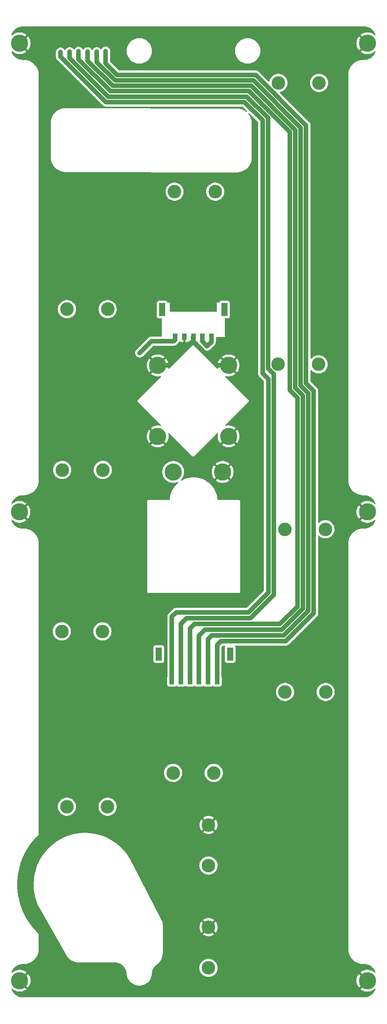
<source format=gbr>
%TF.GenerationSoftware,KiCad,Pcbnew,8.0.5*%
%TF.CreationDate,2024-12-03T18:17:28-08:00*%
%TF.ProjectId,Stationary_X_Panel,53746174-696f-46e6-9172-795f585f5061,1b*%
%TF.SameCoordinates,Original*%
%TF.FileFunction,Copper,L2,Bot*%
%TF.FilePolarity,Positive*%
%FSLAX46Y46*%
G04 Gerber Fmt 4.6, Leading zero omitted, Abs format (unit mm)*
G04 Created by KiCad (PCBNEW 8.0.5) date 2024-12-03 18:17:28*
%MOMM*%
%LPD*%
G01*
G04 APERTURE LIST*
%TA.AperFunction,ComponentPad*%
%ADD10C,2.600000*%
%TD*%
%TA.AperFunction,ConnectorPad*%
%ADD11C,3.800000*%
%TD*%
%TA.AperFunction,ComponentPad*%
%ADD12C,3.000000*%
%TD*%
%TA.AperFunction,SMDPad,CuDef*%
%ADD13R,1.100000X1.450000*%
%TD*%
%TA.AperFunction,SMDPad,CuDef*%
%ADD14R,1.350000X2.900000*%
%TD*%
%TA.AperFunction,ViaPad*%
%ADD15C,0.800000*%
%TD*%
%TA.AperFunction,Conductor*%
%ADD16C,1.000000*%
%TD*%
G04 APERTURE END LIST*
D10*
%TO.P,H12,1,1*%
%TO.N,GND*%
X108075000Y-129165000D03*
D11*
X108075000Y-129165000D03*
%TD*%
D12*
%TO.P,SC8,1,+*%
%TO.N,Net-(D7-A)*%
X97285000Y-96475000D03*
%TO.P,SC8,2,-*%
%TO.N,Net-(D8-A)*%
X88285000Y-96475000D03*
%TD*%
%TO.P,SC2,1,+*%
%TO.N,Net-(D1-A)*%
X50585000Y-84275000D03*
%TO.P,SC2,2,-*%
%TO.N,Net-(D2-A)*%
X41585000Y-84275000D03*
%TD*%
D10*
%TO.P,H8,1,1*%
%TO.N,GND*%
X31095000Y-232915000D03*
D11*
X31095000Y-232915000D03*
%TD*%
D12*
%TO.P,SC1,1,+*%
%TO.N,Net-(D1-K)*%
X65395000Y-58275000D03*
%TO.P,SC1,2,-*%
%TO.N,Net-(D1-A)*%
X74395000Y-58275000D03*
%TD*%
%TO.P,SC12,1,+*%
%TO.N,Net-(D11-A)*%
X72915000Y-207435000D03*
%TO.P,SC12,2,-*%
%TO.N,GND*%
X72915000Y-198435000D03*
%TD*%
%TO.P,SC11,1,+*%
%TO.N,Net-(D10-A)*%
X74075000Y-186925000D03*
%TO.P,SC11,2,-*%
%TO.N,Net-(D11-A)*%
X65075000Y-186925000D03*
%TD*%
%TO.P,SC9,1,+*%
%TO.N,Net-(D8-A)*%
X98805000Y-132995000D03*
%TO.P,SC9,2,-*%
%TO.N,Net-(D10-K)*%
X89805000Y-132995000D03*
%TD*%
D10*
%TO.P,H9,1,1*%
%TO.N,GND*%
X31075000Y-129155000D03*
D11*
X31075000Y-129155000D03*
%TD*%
D10*
%TO.P,H3,1,1*%
%TO.N,GND*%
X61666115Y-112421156D03*
D11*
X61666115Y-112421156D03*
%TD*%
D12*
%TO.P,SC7,1,+*%
%TO.N,Net-(D13-A)*%
X88395000Y-34205000D03*
%TO.P,SC7,2,-*%
%TO.N,Net-(D7-A)*%
X97395000Y-34205000D03*
%TD*%
D10*
%TO.P,H10,1,1*%
%TO.N,GND*%
X31085000Y-25415000D03*
D11*
X31085000Y-25415000D03*
%TD*%
D10*
%TO.P,H2,1,1*%
%TO.N,GND*%
X76045000Y-120315000D03*
D11*
X76045000Y-120315000D03*
%TD*%
D12*
%TO.P,SC6,1,+*%
%TO.N,Net-(D5-A)*%
X72915000Y-230075000D03*
%TO.P,SC6,2,-*%
%TO.N,GND*%
X72915000Y-221075000D03*
%TD*%
D10*
%TO.P,H5,1,1*%
%TO.N,GND*%
X61666115Y-96723386D03*
D11*
X61666115Y-96723386D03*
%TD*%
D12*
%TO.P,SC5,1,+*%
%TO.N,Net-(D4-A)*%
X50565000Y-194405000D03*
%TO.P,SC5,2,-*%
%TO.N,Net-(D5-A)*%
X41565000Y-194405000D03*
%TD*%
D10*
%TO.P,H7,1,1*%
%TO.N,GND*%
X108075000Y-232905000D03*
D11*
X108075000Y-232905000D03*
%TD*%
D10*
%TO.P,H4,1,1*%
%TO.N,GND*%
X77363885Y-112421156D03*
D11*
X77363885Y-112421156D03*
%TD*%
D10*
%TO.P,H11,1,1*%
%TO.N,GND*%
X108095000Y-25405000D03*
D11*
X108095000Y-25405000D03*
%TD*%
D12*
%TO.P,SC4,1,+*%
%TO.N,Net-(D3-A)*%
X49435000Y-155595000D03*
%TO.P,SC4,2,-*%
%TO.N,Net-(D4-A)*%
X40435000Y-155595000D03*
%TD*%
%TO.P,SC3,1,+*%
%TO.N,Net-(D2-A)*%
X49515000Y-119875000D03*
%TO.P,SC3,2,-*%
%TO.N,Net-(D3-A)*%
X40515000Y-119875000D03*
%TD*%
%TO.P,SC10,1,+*%
%TO.N,Net-(D10-K)*%
X98855000Y-169015000D03*
%TO.P,SC10,2,-*%
%TO.N,Net-(D10-A)*%
X89855000Y-169015000D03*
%TD*%
D10*
%TO.P,H6,1,1*%
%TO.N,GND*%
X77363885Y-96723386D03*
D11*
X77363885Y-96723386D03*
%TD*%
D10*
%TO.P,H1,1,1*%
%TO.N,BURN*%
X65100000Y-120315000D03*
D11*
X65100000Y-120315000D03*
%TD*%
D13*
%TO.P,J3,1,1*%
%TO.N,BURN*%
X65550000Y-90350000D03*
%TO.P,J3,2,2*%
%TO.N,GND*%
X67550000Y-90350000D03*
%TO.P,J3,3,3*%
X69550000Y-90350000D03*
%TO.P,J3,4,4*%
%TO.N,VSOLAR*%
X71550000Y-90350000D03*
%TO.P,J3,5,5*%
X73550000Y-90350000D03*
D14*
%TO.P,J3,S1,SHIELD1*%
%TO.N,unconnected-(J3-SHIELD1-PadS1)*%
X62655000Y-84375000D03*
%TO.P,J3,S2,SHIELD2*%
%TO.N,unconnected-(J3-SHIELD2-PadS2)*%
X76445000Y-84375000D03*
%TD*%
D13*
%TO.P,J1,1,1*%
%TO.N,/VUSB_OUT*%
X64805000Y-166600000D03*
%TO.P,J1,2,2*%
%TO.N,/VUSB_BATT*%
X66805000Y-166600000D03*
%TO.P,J1,3,3*%
%TO.N,/VCHRG*%
X68805000Y-166600000D03*
%TO.P,J1,4,4*%
%TO.N,/VBATT*%
X70805000Y-166600000D03*
%TO.P,J1,5,5*%
%TO.N,/PYCUBED_GND*%
X72805000Y-166600000D03*
%TO.P,J1,6,6*%
%TO.N,/PYCUBED_GNDREF*%
X74805000Y-166600000D03*
D14*
%TO.P,J1,S1,SHIELD1*%
%TO.N,unconnected-(J1-SHIELD1-PadS1)*%
X61910000Y-160625000D03*
%TO.P,J1,S2,SHIELD2*%
%TO.N,unconnected-(J1-SHIELD2-PadS2)*%
X77700000Y-160625000D03*
%TD*%
D15*
%TO.N,VSOLAR*%
X72595000Y-92456000D03*
%TO.N,GND*%
X67735000Y-218565000D03*
X65815000Y-216525000D03*
X60565000Y-196355000D03*
X67315000Y-217035000D03*
X60995000Y-194695000D03*
X61275000Y-197825000D03*
%TO.N,BURN*%
X57658000Y-93980000D03*
%TO.N,/VUSB_OUT*%
X40145000Y-27375000D03*
%TO.N,/VUSB_BATT*%
X42175000Y-27285000D03*
%TO.N,/VCHRG*%
X44135000Y-27205000D03*
%TO.N,/VBATT*%
X46145000Y-27315000D03*
%TO.N,/PYCUBED_GND*%
X48175000Y-27285000D03*
%TO.N,/PYCUBED_GNDREF*%
X50125000Y-27185000D03*
%TD*%
D16*
%TO.N,VSOLAR*%
X73535000Y-91516000D02*
X73535000Y-91093000D01*
X72595000Y-92456000D02*
X73535000Y-91516000D01*
X72595000Y-92456000D02*
X71535000Y-91396000D01*
X71535000Y-91396000D02*
X71535000Y-91093000D01*
%TO.N,GND*%
X74879386Y-96723386D02*
X77363885Y-96723386D01*
X69535000Y-90765000D02*
X69535000Y-91247000D01*
X69535000Y-91247000D02*
X64058614Y-96723386D01*
X69535000Y-91379000D02*
X74879386Y-96723386D01*
X69535000Y-90765000D02*
X69535000Y-91379000D01*
X64058614Y-96723386D02*
X61666115Y-96723386D01*
%TO.N,BURN*%
X57658000Y-93980000D02*
X60298000Y-91340000D01*
X60298000Y-91340000D02*
X65187108Y-91340000D01*
X65187108Y-91340000D02*
X65535000Y-90992108D01*
X65535000Y-90992108D02*
X65535000Y-90765000D01*
%TO.N,/VUSB_OUT*%
X84885000Y-42450280D02*
X84885000Y-98455000D01*
X65786000Y-151384000D02*
X64805000Y-152365000D01*
X80874720Y-38440000D02*
X84885000Y-42450280D01*
X86195000Y-146977000D02*
X81788000Y-151384000D01*
X50204720Y-38440000D02*
X80874720Y-38440000D01*
X81788000Y-151384000D02*
X65786000Y-151384000D01*
X84885000Y-98455000D02*
X86195000Y-99765000D01*
X40145000Y-27375000D02*
X40145000Y-28380280D01*
X86195000Y-99765000D02*
X86195000Y-146977000D01*
X64805000Y-152365000D02*
X64805000Y-166685000D01*
X40145000Y-28380280D02*
X50204720Y-38440000D01*
%TO.N,/VUSB_BATT*%
X42175000Y-27285000D02*
X42175000Y-28713224D01*
X42175000Y-28713224D02*
X50701776Y-37240000D01*
X86085000Y-41953224D02*
X86085000Y-97386270D01*
X87395000Y-147474056D02*
X82215056Y-152654000D01*
X86085000Y-97386270D02*
X87395000Y-98696270D01*
X50701776Y-37240000D02*
X81371776Y-37240000D01*
X81371776Y-37240000D02*
X86085000Y-41953224D01*
X66805000Y-153921000D02*
X66805000Y-166685000D01*
X68072000Y-152654000D02*
X66805000Y-153921000D01*
X82215056Y-152654000D02*
X68072000Y-152654000D01*
X87395000Y-98696270D02*
X87395000Y-147474056D01*
%TO.N,/VCHRG*%
X44135000Y-28976168D02*
X51198832Y-36040000D01*
X90925000Y-102214494D02*
X92585000Y-103874494D01*
X88755112Y-153924000D02*
X69850000Y-153924000D01*
X44135000Y-27205000D02*
X44135000Y-28976168D01*
X92585000Y-150094112D02*
X88755112Y-153924000D01*
X92585000Y-103874494D02*
X92585000Y-150094112D01*
X90925000Y-45096168D02*
X90925000Y-102214494D01*
X51198832Y-36040000D02*
X81868832Y-36040000D01*
X69850000Y-153924000D02*
X68805000Y-154969000D01*
X68805000Y-154969000D02*
X68805000Y-166685000D01*
X81868832Y-36040000D02*
X90925000Y-45096168D01*
%TO.N,/VBATT*%
X92125000Y-44599112D02*
X92125000Y-101717438D01*
X93785000Y-103377438D02*
X93785000Y-150591168D01*
X89182168Y-155194000D02*
X72136000Y-155194000D01*
X46145000Y-27315000D02*
X46145000Y-29289112D01*
X46145000Y-29289112D02*
X51695888Y-34840000D01*
X51695888Y-34840000D02*
X82365888Y-34840000D01*
X93785000Y-150591168D02*
X89182168Y-155194000D01*
X92125000Y-101717438D02*
X93785000Y-103377438D01*
X70805000Y-156525000D02*
X70805000Y-166685000D01*
X72136000Y-155194000D02*
X70805000Y-156525000D01*
X82365888Y-34840000D02*
X92125000Y-44599112D01*
%TO.N,/PYCUBED_GND*%
X73660000Y-156464000D02*
X72805000Y-157319000D01*
X93325000Y-101220382D02*
X94985000Y-102880382D01*
X94985000Y-102880382D02*
X94985000Y-151088224D01*
X89609224Y-156464000D02*
X73660000Y-156464000D01*
X72805000Y-157319000D02*
X72805000Y-166685000D01*
X52192944Y-33640000D02*
X82862944Y-33640000D01*
X48175000Y-27285000D02*
X48175000Y-29622056D01*
X94985000Y-151088224D02*
X89609224Y-156464000D01*
X93325000Y-44102056D02*
X93325000Y-101220382D01*
X48175000Y-29622056D02*
X52192944Y-33640000D01*
X82862944Y-33640000D02*
X93325000Y-44102056D01*
%TO.N,/PYCUBED_GNDREF*%
X50125000Y-27185000D02*
X50125000Y-29875000D01*
X90036280Y-157734000D02*
X75692000Y-157734000D01*
X96185000Y-151585280D02*
X90036280Y-157734000D01*
X75692000Y-157734000D02*
X74805000Y-158621000D01*
X52690000Y-32440000D02*
X83360000Y-32440000D01*
X96185000Y-102383326D02*
X96185000Y-151585280D01*
X94525000Y-43605000D02*
X94525000Y-100723326D01*
X74805000Y-158621000D02*
X74805000Y-166685000D01*
X83360000Y-32440000D02*
X94525000Y-43605000D01*
X50125000Y-29875000D02*
X52690000Y-32440000D01*
X94525000Y-100723326D02*
X96185000Y-102383326D01*
%TD*%
%TA.AperFunction,Conductor*%
%TO.N,GND*%
G36*
X107338472Y-21705695D02*
G01*
X107630306Y-21722084D01*
X107644103Y-21723638D01*
X107928827Y-21772015D01*
X107942384Y-21775109D01*
X108219899Y-21855060D01*
X108233025Y-21859653D01*
X108499841Y-21970172D01*
X108512355Y-21976198D01*
X108678444Y-22067992D01*
X108765125Y-22115899D01*
X108776899Y-22123297D01*
X109012430Y-22290415D01*
X109023302Y-22299085D01*
X109238642Y-22491524D01*
X109248475Y-22501357D01*
X109440914Y-22716697D01*
X109449584Y-22727569D01*
X109616702Y-22963100D01*
X109624100Y-22974874D01*
X109763797Y-23227637D01*
X109769830Y-23240165D01*
X109851277Y-23436794D01*
X109858746Y-23506263D01*
X109827471Y-23568743D01*
X109767382Y-23604395D01*
X109697557Y-23601902D01*
X109651834Y-23574641D01*
X109627843Y-23552113D01*
X109627833Y-23552105D01*
X109383538Y-23374614D01*
X109383520Y-23374602D01*
X109118890Y-23229121D01*
X109118882Y-23229117D01*
X108838110Y-23117952D01*
X108838107Y-23117951D01*
X108545600Y-23042849D01*
X108246004Y-23005000D01*
X107943995Y-23005000D01*
X107644399Y-23042849D01*
X107351892Y-23117951D01*
X107351889Y-23117952D01*
X107071117Y-23229117D01*
X107071109Y-23229121D01*
X106806476Y-23374604D01*
X106806471Y-23374607D01*
X106581565Y-23538010D01*
X106581564Y-23538011D01*
X107512262Y-24468709D01*
X107378398Y-24565967D01*
X107255967Y-24688398D01*
X107158709Y-24822262D01*
X106230311Y-23893864D01*
X106149520Y-23991525D01*
X106149518Y-23991528D01*
X105987707Y-24246502D01*
X105987704Y-24246508D01*
X105859127Y-24519747D01*
X105859125Y-24519752D01*
X105765805Y-24806959D01*
X105709216Y-25103609D01*
X105709215Y-25103616D01*
X105690255Y-25404994D01*
X105690255Y-25405005D01*
X105709215Y-25706383D01*
X105709216Y-25706390D01*
X105765805Y-26003040D01*
X105859125Y-26290247D01*
X105859127Y-26290252D01*
X105987704Y-26563491D01*
X105987707Y-26563497D01*
X106149516Y-26818469D01*
X106230311Y-26916133D01*
X107158708Y-25987736D01*
X107255967Y-26121602D01*
X107378398Y-26244033D01*
X107512261Y-26341289D01*
X106581564Y-27271987D01*
X106581565Y-27271989D01*
X106806461Y-27435385D01*
X106806479Y-27435397D01*
X107071109Y-27580878D01*
X107071117Y-27580882D01*
X107351889Y-27692047D01*
X107351892Y-27692048D01*
X107644399Y-27767150D01*
X107943995Y-27804999D01*
X107944007Y-27805000D01*
X108245993Y-27805000D01*
X108246004Y-27804999D01*
X108545600Y-27767150D01*
X108838107Y-27692048D01*
X108838110Y-27692047D01*
X109118882Y-27580882D01*
X109118890Y-27580878D01*
X109383520Y-27435397D01*
X109383538Y-27435385D01*
X109627833Y-27257894D01*
X109627843Y-27257886D01*
X109651830Y-27235361D01*
X109714174Y-27203817D01*
X109783675Y-27210987D01*
X109838267Y-27254593D01*
X109860617Y-27320792D01*
X109851277Y-27373204D01*
X109769830Y-27569834D01*
X109763797Y-27582362D01*
X109624100Y-27835125D01*
X109616702Y-27846899D01*
X109449584Y-28082430D01*
X109440914Y-28093302D01*
X109248475Y-28308642D01*
X109238642Y-28318475D01*
X109023302Y-28510914D01*
X109012430Y-28519584D01*
X108776899Y-28686702D01*
X108765125Y-28694100D01*
X108512362Y-28833797D01*
X108499834Y-28839830D01*
X108233024Y-28950346D01*
X108219899Y-28954939D01*
X107942384Y-29034890D01*
X107928827Y-29037984D01*
X107644114Y-29086359D01*
X107630296Y-29087916D01*
X107338472Y-29104305D01*
X107331519Y-29104500D01*
X107207595Y-29104500D01*
X107160000Y-29104500D01*
X106987028Y-29104500D01*
X106642980Y-29140661D01*
X106642975Y-29140661D01*
X106642975Y-29140662D01*
X106304600Y-29212585D01*
X106304599Y-29212586D01*
X105975591Y-29319487D01*
X105659547Y-29460198D01*
X105659540Y-29460201D01*
X105359953Y-29633167D01*
X105359952Y-29633167D01*
X105080069Y-29836516D01*
X104822992Y-30067992D01*
X104591516Y-30325069D01*
X104388167Y-30604952D01*
X104388167Y-30604953D01*
X104215201Y-30904540D01*
X104215198Y-30904547D01*
X104074487Y-31220591D01*
X103967586Y-31549599D01*
X103967585Y-31549600D01*
X103895662Y-31887975D01*
X103895661Y-31887980D01*
X103859500Y-32232028D01*
X103859500Y-32365438D01*
X103859500Y-122107405D01*
X103859500Y-122155000D01*
X103859500Y-122327972D01*
X103895661Y-122672020D01*
X103898530Y-122685516D01*
X103967585Y-123010399D01*
X103967586Y-123010400D01*
X104060037Y-123294936D01*
X104074490Y-123339416D01*
X104102900Y-123403226D01*
X104215198Y-123655452D01*
X104215201Y-123655459D01*
X104388167Y-123955046D01*
X104388167Y-123955047D01*
X104591516Y-124234930D01*
X104723915Y-124381973D01*
X104822992Y-124492008D01*
X104928674Y-124587165D01*
X105080069Y-124723483D01*
X105080075Y-124723487D01*
X105080078Y-124723490D01*
X105131655Y-124760963D01*
X105359952Y-124926832D01*
X105659540Y-125099798D01*
X105659544Y-125099799D01*
X105659548Y-125099802D01*
X105975584Y-125240510D01*
X106304596Y-125347413D01*
X106304599Y-125347413D01*
X106304600Y-125347414D01*
X106351223Y-125357323D01*
X106642980Y-125419339D01*
X106987028Y-125455500D01*
X107120438Y-125455500D01*
X107287405Y-125455500D01*
X107331519Y-125455500D01*
X107338472Y-125455695D01*
X107630306Y-125472084D01*
X107644103Y-125473638D01*
X107928827Y-125522015D01*
X107942384Y-125525109D01*
X108219899Y-125605060D01*
X108233025Y-125609653D01*
X108499841Y-125720172D01*
X108512355Y-125726198D01*
X108678444Y-125817992D01*
X108765125Y-125865899D01*
X108776899Y-125873297D01*
X109012430Y-126040415D01*
X109023302Y-126049085D01*
X109238642Y-126241524D01*
X109248475Y-126251357D01*
X109440914Y-126466697D01*
X109449584Y-126477569D01*
X109616702Y-126713100D01*
X109624100Y-126724874D01*
X109763797Y-126977637D01*
X109769830Y-126990165D01*
X109870787Y-127233898D01*
X109878256Y-127303368D01*
X109846981Y-127365847D01*
X109786892Y-127401499D01*
X109717067Y-127399005D01*
X109671342Y-127371743D01*
X109607843Y-127312113D01*
X109607833Y-127312105D01*
X109363538Y-127134614D01*
X109363520Y-127134602D01*
X109098890Y-126989121D01*
X109098882Y-126989117D01*
X108818110Y-126877952D01*
X108818107Y-126877951D01*
X108525600Y-126802849D01*
X108226004Y-126765000D01*
X107923995Y-126765000D01*
X107624399Y-126802849D01*
X107331892Y-126877951D01*
X107331889Y-126877952D01*
X107051117Y-126989117D01*
X107051109Y-126989121D01*
X106786476Y-127134604D01*
X106786471Y-127134607D01*
X106561565Y-127298010D01*
X106561564Y-127298011D01*
X107492262Y-128228709D01*
X107358398Y-128325967D01*
X107235967Y-128448398D01*
X107138709Y-128582262D01*
X106210311Y-127653864D01*
X106129520Y-127751525D01*
X106129518Y-127751528D01*
X105967707Y-128006502D01*
X105967704Y-128006508D01*
X105839127Y-128279747D01*
X105839125Y-128279752D01*
X105745805Y-128566959D01*
X105689216Y-128863609D01*
X105689215Y-128863616D01*
X105670255Y-129164994D01*
X105670255Y-129165005D01*
X105689215Y-129466383D01*
X105689216Y-129466390D01*
X105745805Y-129763040D01*
X105839125Y-130050247D01*
X105839127Y-130050252D01*
X105967704Y-130323491D01*
X105967707Y-130323497D01*
X106129516Y-130578469D01*
X106210311Y-130676133D01*
X107138708Y-129747736D01*
X107235967Y-129881602D01*
X107358398Y-130004033D01*
X107492261Y-130101289D01*
X106561564Y-131031987D01*
X106561565Y-131031989D01*
X106786461Y-131195385D01*
X106786479Y-131195397D01*
X107051109Y-131340878D01*
X107051117Y-131340882D01*
X107331889Y-131452047D01*
X107331892Y-131452048D01*
X107624399Y-131527150D01*
X107923995Y-131564999D01*
X107924007Y-131565000D01*
X108225993Y-131565000D01*
X108226004Y-131564999D01*
X108525600Y-131527150D01*
X108818107Y-131452048D01*
X108818110Y-131452047D01*
X109098882Y-131340882D01*
X109098890Y-131340878D01*
X109363520Y-131195397D01*
X109363538Y-131195385D01*
X109607833Y-131017894D01*
X109607843Y-131017886D01*
X109657783Y-130970989D01*
X109720127Y-130939446D01*
X109789628Y-130946616D01*
X109844219Y-130990223D01*
X109866569Y-131056421D01*
X109857229Y-131108833D01*
X109769830Y-131319834D01*
X109763797Y-131332362D01*
X109624100Y-131585125D01*
X109616702Y-131596899D01*
X109449584Y-131832430D01*
X109440914Y-131843302D01*
X109248475Y-132058642D01*
X109238642Y-132068475D01*
X109023302Y-132260914D01*
X109012430Y-132269584D01*
X108776899Y-132436702D01*
X108765125Y-132444100D01*
X108512362Y-132583797D01*
X108499834Y-132589830D01*
X108233024Y-132700346D01*
X108219899Y-132704939D01*
X107942384Y-132784890D01*
X107928827Y-132787984D01*
X107644114Y-132836359D01*
X107630296Y-132837916D01*
X107338472Y-132854305D01*
X107331519Y-132854500D01*
X107207595Y-132854500D01*
X107160000Y-132854500D01*
X106987028Y-132854500D01*
X106642980Y-132890661D01*
X106642975Y-132890661D01*
X106642975Y-132890662D01*
X106304600Y-132962585D01*
X106304599Y-132962586D01*
X105975591Y-133069487D01*
X105659547Y-133210198D01*
X105659540Y-133210201D01*
X105359953Y-133383167D01*
X105359952Y-133383167D01*
X105080069Y-133586516D01*
X104822992Y-133817992D01*
X104591516Y-134075069D01*
X104388167Y-134354952D01*
X104388167Y-134354953D01*
X104215201Y-134654540D01*
X104215198Y-134654547D01*
X104074487Y-134970591D01*
X103967586Y-135299599D01*
X103967585Y-135299600D01*
X103895662Y-135637975D01*
X103895661Y-135637980D01*
X103859500Y-135982028D01*
X103859500Y-136115438D01*
X103859500Y-225857405D01*
X103859500Y-225905000D01*
X103859500Y-226077972D01*
X103895661Y-226422020D01*
X103895662Y-226422024D01*
X103967585Y-226760399D01*
X103967586Y-226760400D01*
X103967587Y-226760404D01*
X104074490Y-227089416D01*
X104125746Y-227204538D01*
X104215198Y-227405452D01*
X104215201Y-227405459D01*
X104388167Y-227705046D01*
X104388167Y-227705047D01*
X104591516Y-227984930D01*
X104650976Y-228050966D01*
X104822992Y-228242008D01*
X104873534Y-228287516D01*
X105080069Y-228473483D01*
X105080075Y-228473487D01*
X105080078Y-228473490D01*
X105089059Y-228480015D01*
X105359952Y-228676832D01*
X105659540Y-228849798D01*
X105659544Y-228849799D01*
X105659548Y-228849802D01*
X105975584Y-228990510D01*
X106304596Y-229097413D01*
X106304599Y-229097413D01*
X106304600Y-229097414D01*
X106351223Y-229107323D01*
X106642980Y-229169339D01*
X106987028Y-229205500D01*
X107120438Y-229205500D01*
X107287405Y-229205500D01*
X107331519Y-229205500D01*
X107338472Y-229205695D01*
X107630306Y-229222084D01*
X107644103Y-229223638D01*
X107928827Y-229272015D01*
X107942384Y-229275109D01*
X108219899Y-229355060D01*
X108233025Y-229359653D01*
X108499841Y-229470172D01*
X108512355Y-229476198D01*
X108613033Y-229531841D01*
X108765125Y-229615899D01*
X108776899Y-229623297D01*
X109012430Y-229790415D01*
X109023302Y-229799085D01*
X109220049Y-229974909D01*
X109238642Y-229991524D01*
X109248475Y-230001357D01*
X109440914Y-230216697D01*
X109449584Y-230227569D01*
X109616702Y-230463100D01*
X109624100Y-230474874D01*
X109763797Y-230727637D01*
X109769830Y-230740165D01*
X109864008Y-230967532D01*
X109871477Y-231037002D01*
X109840202Y-231099481D01*
X109780113Y-231135133D01*
X109710288Y-231132639D01*
X109664563Y-231105377D01*
X109607843Y-231052113D01*
X109607833Y-231052105D01*
X109363538Y-230874614D01*
X109363520Y-230874602D01*
X109098890Y-230729121D01*
X109098882Y-230729117D01*
X108818110Y-230617952D01*
X108818107Y-230617951D01*
X108525600Y-230542849D01*
X108226004Y-230505000D01*
X107923995Y-230505000D01*
X107624399Y-230542849D01*
X107331892Y-230617951D01*
X107331889Y-230617952D01*
X107051117Y-230729117D01*
X107051109Y-230729121D01*
X106786476Y-230874604D01*
X106786471Y-230874607D01*
X106561565Y-231038010D01*
X106561564Y-231038011D01*
X107492262Y-231968709D01*
X107358398Y-232065967D01*
X107235967Y-232188398D01*
X107138709Y-232322262D01*
X106210311Y-231393864D01*
X106129520Y-231491525D01*
X106129518Y-231491528D01*
X105967707Y-231746502D01*
X105967704Y-231746508D01*
X105839127Y-232019747D01*
X105839125Y-232019752D01*
X105745805Y-232306959D01*
X105689216Y-232603609D01*
X105689215Y-232603616D01*
X105670255Y-232904994D01*
X105670255Y-232905005D01*
X105689215Y-233206383D01*
X105689216Y-233206390D01*
X105745805Y-233503040D01*
X105839125Y-233790247D01*
X105839127Y-233790252D01*
X105967704Y-234063491D01*
X105967707Y-234063497D01*
X106129516Y-234318469D01*
X106210311Y-234416133D01*
X107138708Y-233487736D01*
X107235967Y-233621602D01*
X107358398Y-233744033D01*
X107492261Y-233841289D01*
X106561564Y-234771987D01*
X106561565Y-234771989D01*
X106786461Y-234935385D01*
X106786479Y-234935397D01*
X107051109Y-235080878D01*
X107051117Y-235080882D01*
X107331889Y-235192047D01*
X107331892Y-235192048D01*
X107624399Y-235267150D01*
X107923995Y-235304999D01*
X107924007Y-235305000D01*
X108225993Y-235305000D01*
X108226004Y-235304999D01*
X108525600Y-235267150D01*
X108818107Y-235192048D01*
X108818110Y-235192047D01*
X109098882Y-235080882D01*
X109098890Y-235080878D01*
X109363520Y-234935397D01*
X109363538Y-234935385D01*
X109607833Y-234757894D01*
X109607843Y-234757886D01*
X109664563Y-234704623D01*
X109726907Y-234673081D01*
X109796408Y-234680251D01*
X109850999Y-234723859D01*
X109873348Y-234790058D01*
X109864008Y-234842468D01*
X109769830Y-235069834D01*
X109763797Y-235082362D01*
X109624100Y-235335125D01*
X109616702Y-235346899D01*
X109449584Y-235582430D01*
X109440914Y-235593302D01*
X109248475Y-235808642D01*
X109238642Y-235818475D01*
X109023302Y-236010914D01*
X109012430Y-236019584D01*
X108776899Y-236186702D01*
X108765125Y-236194100D01*
X108512362Y-236333797D01*
X108499834Y-236339830D01*
X108233024Y-236450346D01*
X108219899Y-236454939D01*
X107942384Y-236534890D01*
X107928827Y-236537984D01*
X107644114Y-236586359D01*
X107630296Y-236587916D01*
X107338472Y-236604305D01*
X107331519Y-236604500D01*
X31838481Y-236604500D01*
X31831528Y-236604305D01*
X31539703Y-236587916D01*
X31525885Y-236586359D01*
X31241172Y-236537984D01*
X31227615Y-236534890D01*
X30950100Y-236454939D01*
X30936975Y-236450346D01*
X30670165Y-236339830D01*
X30657637Y-236333797D01*
X30404874Y-236194100D01*
X30393100Y-236186702D01*
X30157569Y-236019584D01*
X30146697Y-236010914D01*
X29931357Y-235818475D01*
X29921524Y-235808642D01*
X29729085Y-235593302D01*
X29720415Y-235582430D01*
X29553297Y-235346899D01*
X29545899Y-235335125D01*
X29472350Y-235202048D01*
X29406198Y-235082355D01*
X29400172Y-235069841D01*
X29312770Y-234858833D01*
X29305301Y-234789363D01*
X29336576Y-234726884D01*
X29396665Y-234691232D01*
X29466490Y-234693726D01*
X29512215Y-234720988D01*
X29562156Y-234767886D01*
X29562166Y-234767894D01*
X29806461Y-234945385D01*
X29806479Y-234945397D01*
X30071109Y-235090878D01*
X30071117Y-235090882D01*
X30351889Y-235202047D01*
X30351892Y-235202048D01*
X30644399Y-235277150D01*
X30943995Y-235314999D01*
X30944007Y-235315000D01*
X31245993Y-235315000D01*
X31246004Y-235314999D01*
X31545600Y-235277150D01*
X31838107Y-235202048D01*
X31838110Y-235202047D01*
X32118882Y-235090882D01*
X32118890Y-235090878D01*
X32383520Y-234945397D01*
X32383530Y-234945390D01*
X32608433Y-234781987D01*
X32608434Y-234781987D01*
X31677737Y-233851290D01*
X31811602Y-233754033D01*
X31934033Y-233631602D01*
X32031290Y-233497737D01*
X32959687Y-234426134D01*
X33040486Y-234328464D01*
X33202292Y-234073497D01*
X33202295Y-234073491D01*
X33330872Y-233800252D01*
X33330874Y-233800247D01*
X33424194Y-233513040D01*
X33480783Y-233216390D01*
X33480784Y-233216383D01*
X33499745Y-232915005D01*
X33499745Y-232914994D01*
X33480784Y-232613616D01*
X33480783Y-232613609D01*
X33424194Y-232316959D01*
X33330874Y-232029752D01*
X33330872Y-232029747D01*
X33202295Y-231756508D01*
X33202292Y-231756502D01*
X33040483Y-231501530D01*
X32959686Y-231403864D01*
X32031289Y-232332261D01*
X31934033Y-232198398D01*
X31811602Y-232075967D01*
X31677736Y-231978709D01*
X32608434Y-231048011D01*
X32608433Y-231048009D01*
X32383538Y-230884614D01*
X32383520Y-230884602D01*
X32118890Y-230739121D01*
X32118882Y-230739117D01*
X31838110Y-230627952D01*
X31838107Y-230627951D01*
X31545600Y-230552849D01*
X31246004Y-230515000D01*
X30943995Y-230515000D01*
X30644399Y-230552849D01*
X30351892Y-230627951D01*
X30351889Y-230627952D01*
X30071117Y-230739117D01*
X30071109Y-230739121D01*
X29806479Y-230884602D01*
X29806461Y-230884614D01*
X29562166Y-231062105D01*
X29562156Y-231062113D01*
X29498657Y-231121743D01*
X29436312Y-231153285D01*
X29366811Y-231146114D01*
X29312221Y-231102506D01*
X29289872Y-231036307D01*
X29299212Y-230983898D01*
X29340342Y-230884602D01*
X29400175Y-230740151D01*
X29406195Y-230727651D01*
X29545902Y-230474868D01*
X29553297Y-230463100D01*
X29634162Y-230349132D01*
X29720422Y-230227559D01*
X29729077Y-230216705D01*
X29921534Y-230001346D01*
X29931346Y-229991534D01*
X30146705Y-229799077D01*
X30157559Y-229790422D01*
X30393105Y-229623293D01*
X30404868Y-229615902D01*
X30657651Y-229476195D01*
X30670151Y-229470175D01*
X30936979Y-229359651D01*
X30950096Y-229355061D01*
X31227621Y-229275107D01*
X31241167Y-229272015D01*
X31525898Y-229223638D01*
X31539691Y-229222084D01*
X31831528Y-229205695D01*
X31838481Y-229205500D01*
X32182967Y-229205500D01*
X32182972Y-229205500D01*
X32527020Y-229169339D01*
X32865404Y-229097413D01*
X33194416Y-228990510D01*
X33510452Y-228849802D01*
X33810046Y-228676832D01*
X33810047Y-228676832D01*
X33862429Y-228638773D01*
X34089922Y-228473490D01*
X34091693Y-228471896D01*
X34137909Y-228430282D01*
X34347008Y-228242008D01*
X34578490Y-227984922D01*
X34781831Y-227705048D01*
X34954802Y-227405452D01*
X35095510Y-227089416D01*
X35202413Y-226760404D01*
X35274339Y-226422020D01*
X35310500Y-226077972D01*
X35310500Y-225905000D01*
X35310500Y-225857405D01*
X35310500Y-222709776D01*
X35311588Y-222693385D01*
X35314155Y-222674135D01*
X35312539Y-222665335D01*
X35310500Y-222642939D01*
X35310500Y-222642034D01*
X35310499Y-222642030D01*
X35308493Y-222634545D01*
X35304669Y-222620272D01*
X35302485Y-222610585D01*
X35296963Y-222580512D01*
X35296720Y-222580064D01*
X35291230Y-222568528D01*
X35290023Y-222565613D01*
X35290021Y-222565606D01*
X35273207Y-222536483D01*
X35271523Y-222533470D01*
X35251684Y-222496787D01*
X35251682Y-222496783D01*
X35220968Y-222467540D01*
X35218792Y-222465416D01*
X35189013Y-222435637D01*
X35188353Y-222435058D01*
X35055067Y-222301561D01*
X34681727Y-221927629D01*
X34677427Y-221923099D01*
X34171866Y-221362688D01*
X34167803Y-221357949D01*
X33902567Y-221032206D01*
X33691239Y-220772667D01*
X33687401Y-220767701D01*
X33241089Y-220159091D01*
X33237507Y-220153938D01*
X32822548Y-219523509D01*
X32819231Y-219518180D01*
X32436712Y-218867575D01*
X32433669Y-218862086D01*
X32084560Y-218192963D01*
X32081798Y-218187327D01*
X31766987Y-217501385D01*
X31764514Y-217495617D01*
X31542191Y-216938424D01*
X31484804Y-216794599D01*
X31482629Y-216788717D01*
X31238754Y-216074463D01*
X31236886Y-216068503D01*
X31143776Y-215742753D01*
X31029457Y-215342803D01*
X31027900Y-215336786D01*
X30857454Y-214601508D01*
X30856194Y-214595367D01*
X30837562Y-214491304D01*
X30723171Y-213852419D01*
X30722229Y-213846265D01*
X30626969Y-213097532D01*
X30626341Y-213091355D01*
X30569084Y-212338732D01*
X30568768Y-212332473D01*
X30557531Y-211888582D01*
X34204474Y-211888582D01*
X34204474Y-211888595D01*
X34241674Y-212546332D01*
X34316858Y-213200829D01*
X34316860Y-213200841D01*
X34429766Y-213849843D01*
X34429772Y-213849875D01*
X34580037Y-214491296D01*
X34580041Y-214491309D01*
X34767151Y-215122950D01*
X34767155Y-215122961D01*
X34767158Y-215122969D01*
X34781442Y-215162608D01*
X34990496Y-215742747D01*
X34990499Y-215742753D01*
X35249318Y-216348588D01*
X35249326Y-216348606D01*
X35542737Y-216938417D01*
X35682679Y-217183185D01*
X35682723Y-217183274D01*
X35686592Y-217190040D01*
X35686593Y-217190042D01*
X38149816Y-221497235D01*
X41384700Y-227153757D01*
X41384714Y-227153816D01*
X41410199Y-227198358D01*
X41410199Y-227198359D01*
X41413735Y-227204539D01*
X41488583Y-227335358D01*
X41670730Y-227593175D01*
X41670734Y-227593180D01*
X41796989Y-227739877D01*
X41876658Y-227832445D01*
X42104473Y-228050966D01*
X42346101Y-228242007D01*
X42352105Y-228246754D01*
X42617282Y-228418012D01*
X42617292Y-228418018D01*
X42760561Y-228492216D01*
X42897596Y-228563187D01*
X43190484Y-228680949D01*
X43493273Y-228770226D01*
X43803200Y-228830201D01*
X44117435Y-228860327D01*
X44227315Y-228860347D01*
X44227452Y-228860357D01*
X44275274Y-228860357D01*
X44322868Y-228860358D01*
X44322871Y-228860357D01*
X52038875Y-228860357D01*
X52038899Y-228860358D01*
X52048875Y-228860357D01*
X52048879Y-228860359D01*
X52092891Y-228860357D01*
X52100061Y-228860564D01*
X52401386Y-228878027D01*
X52415622Y-228879683D01*
X52709380Y-228931245D01*
X52723335Y-228934536D01*
X53009171Y-229019718D01*
X53022632Y-229024594D01*
X53296702Y-229142248D01*
X53309539Y-229148664D01*
X53568129Y-229297192D01*
X53580145Y-229305052D01*
X53819852Y-229482494D01*
X53830880Y-229491692D01*
X54048452Y-229695646D01*
X54058342Y-229706057D01*
X54250876Y-229933795D01*
X54259493Y-229945274D01*
X54424422Y-230193768D01*
X54431640Y-230206144D01*
X54532446Y-230404548D01*
X54566732Y-230472030D01*
X54572484Y-230485187D01*
X54675927Y-230764900D01*
X54680119Y-230778634D01*
X54750529Y-231068421D01*
X54753106Y-231082548D01*
X54789799Y-231380628D01*
X54790470Y-231387776D01*
X54791467Y-231403193D01*
X54791467Y-231403199D01*
X54800846Y-231548353D01*
X54800847Y-231548356D01*
X54859481Y-231869036D01*
X54891679Y-231974196D01*
X54954924Y-232180759D01*
X54954925Y-232180760D01*
X55055203Y-232409350D01*
X55085886Y-232479295D01*
X55158669Y-232603609D01*
X55250601Y-232760630D01*
X55446838Y-233020947D01*
X55671950Y-233256740D01*
X55671961Y-233256750D01*
X55922905Y-233464832D01*
X55922907Y-233464833D01*
X56196304Y-233642401D01*
X56488458Y-233787052D01*
X56488465Y-233787055D01*
X56525352Y-233800247D01*
X56795420Y-233896832D01*
X56795421Y-233896833D01*
X56957970Y-233934410D01*
X57113048Y-233970260D01*
X57437048Y-234006341D01*
X57437060Y-234006340D01*
X57437061Y-234006341D01*
X57594010Y-234005497D01*
X57763046Y-234004589D01*
X58086639Y-233965029D01*
X58403458Y-233888193D01*
X58709223Y-233775121D01*
X58999806Y-233627339D01*
X59271281Y-233446842D01*
X59519982Y-233236069D01*
X59742552Y-232997867D01*
X59935983Y-232735451D01*
X60097663Y-232452366D01*
X60225410Y-232152435D01*
X60317498Y-231839709D01*
X60372682Y-231518411D01*
X60380904Y-231365675D01*
X60380904Y-231365674D01*
X60380907Y-231365674D01*
X60380905Y-231365650D01*
X60381262Y-231359042D01*
X60381811Y-231352298D01*
X60382398Y-231346915D01*
X60412695Y-231068975D01*
X60414893Y-231055635D01*
X60475787Y-230780691D01*
X60479427Y-230767671D01*
X60569972Y-230501006D01*
X60575018Y-230488447D01*
X60694120Y-230233285D01*
X60700508Y-230221349D01*
X60789449Y-230075000D01*
X70901807Y-230075000D01*
X70920557Y-230349130D01*
X70920558Y-230349132D01*
X70976458Y-230618141D01*
X70976463Y-230618158D01*
X71068476Y-230877056D01*
X71194889Y-231121024D01*
X71194893Y-231121030D01*
X71353340Y-231345499D01*
X71372156Y-231365646D01*
X71540889Y-231546314D01*
X71754031Y-231719718D01*
X71754033Y-231719719D01*
X71754034Y-231719720D01*
X71988801Y-231862485D01*
X72193348Y-231951331D01*
X72240823Y-231971953D01*
X72505404Y-232046085D01*
X72744720Y-232078978D01*
X72777614Y-232083500D01*
X72777615Y-232083500D01*
X73052386Y-232083500D01*
X73081733Y-232079466D01*
X73324596Y-232046085D01*
X73589177Y-231971953D01*
X73841200Y-231862484D01*
X74075969Y-231719718D01*
X74289111Y-231546314D01*
X74476657Y-231345502D01*
X74635111Y-231121023D01*
X74761523Y-230877058D01*
X74853538Y-230618153D01*
X74853539Y-230618146D01*
X74853541Y-230618141D01*
X74884578Y-230468779D01*
X74909442Y-230349130D01*
X74928193Y-230075000D01*
X74909442Y-229800870D01*
X74890141Y-229707989D01*
X74853541Y-229531858D01*
X74853536Y-229531841D01*
X74792340Y-229359653D01*
X74761523Y-229272942D01*
X74635111Y-229028977D01*
X74635110Y-229028975D01*
X74635106Y-229028969D01*
X74476659Y-228804500D01*
X74422492Y-228746502D01*
X74289111Y-228603686D01*
X74075969Y-228430282D01*
X74075967Y-228430281D01*
X74075965Y-228430279D01*
X73841198Y-228287514D01*
X73589178Y-228178047D01*
X73324602Y-228103916D01*
X73324597Y-228103915D01*
X73324596Y-228103915D01*
X73188490Y-228085207D01*
X73052386Y-228066500D01*
X73052385Y-228066500D01*
X72777615Y-228066500D01*
X72777614Y-228066500D01*
X72505404Y-228103915D01*
X72505397Y-228103916D01*
X72240821Y-228178047D01*
X71988801Y-228287514D01*
X71754034Y-228430279D01*
X71540892Y-228603683D01*
X71353340Y-228804500D01*
X71194893Y-229028969D01*
X71194889Y-229028975D01*
X71068476Y-229272943D01*
X70976463Y-229531841D01*
X70976458Y-229531858D01*
X70920558Y-229800867D01*
X70920557Y-229800869D01*
X70901807Y-230075000D01*
X60789449Y-230075000D01*
X60846759Y-229980698D01*
X60854409Y-229969535D01*
X61026050Y-229746294D01*
X61034878Y-229736026D01*
X61229866Y-229532852D01*
X61239747Y-229523623D01*
X61458835Y-229340366D01*
X61464106Y-229336197D01*
X61492693Y-229314826D01*
X61492707Y-229314820D01*
X61492705Y-229314817D01*
X61510640Y-229301413D01*
X61510655Y-229301399D01*
X61597455Y-229236509D01*
X61597455Y-229236508D01*
X61597467Y-229236500D01*
X61848095Y-229005317D01*
X62073569Y-228749542D01*
X62125402Y-228676831D01*
X62271485Y-228471903D01*
X62271484Y-228471903D01*
X62271490Y-228471896D01*
X62279823Y-228457210D01*
X62373193Y-228292644D01*
X62439751Y-228175336D01*
X62576561Y-227863017D01*
X62680463Y-227538265D01*
X62750351Y-227204535D01*
X62785482Y-226865381D01*
X62785494Y-226744478D01*
X62785500Y-226744406D01*
X62785500Y-221074998D01*
X70909891Y-221074998D01*
X70909891Y-221075001D01*
X70930300Y-221360362D01*
X70991109Y-221639895D01*
X71091091Y-221907958D01*
X71228191Y-222159038D01*
X71228196Y-222159046D01*
X71334882Y-222301561D01*
X71334883Y-222301562D01*
X72052425Y-221584019D01*
X72138249Y-221712463D01*
X72277537Y-221851751D01*
X72405978Y-221937573D01*
X71688436Y-222655115D01*
X71830960Y-222761807D01*
X71830961Y-222761808D01*
X72082042Y-222898908D01*
X72082041Y-222898908D01*
X72350104Y-222998890D01*
X72629637Y-223059699D01*
X72914999Y-223080109D01*
X72915001Y-223080109D01*
X73200362Y-223059699D01*
X73479895Y-222998890D01*
X73747958Y-222898908D01*
X73999047Y-222761803D01*
X74141561Y-222655116D01*
X74141562Y-222655115D01*
X73424021Y-221937573D01*
X73552463Y-221851751D01*
X73691751Y-221712463D01*
X73777573Y-221584020D01*
X74495115Y-222301562D01*
X74495116Y-222301561D01*
X74601803Y-222159047D01*
X74738908Y-221907958D01*
X74838890Y-221639895D01*
X74899699Y-221360362D01*
X74920109Y-221075001D01*
X74920109Y-221074998D01*
X74899699Y-220789637D01*
X74838890Y-220510104D01*
X74738908Y-220242041D01*
X74601808Y-219990961D01*
X74601807Y-219990960D01*
X74495115Y-219848436D01*
X73777573Y-220565978D01*
X73691751Y-220437537D01*
X73552463Y-220298249D01*
X73424020Y-220212425D01*
X74141562Y-219494883D01*
X74141561Y-219494882D01*
X73999046Y-219388196D01*
X73999038Y-219388191D01*
X73747957Y-219251091D01*
X73747958Y-219251091D01*
X73479895Y-219151109D01*
X73200362Y-219090300D01*
X72915001Y-219069891D01*
X72914999Y-219069891D01*
X72629637Y-219090300D01*
X72350104Y-219151109D01*
X72082041Y-219251091D01*
X71830961Y-219388191D01*
X71830953Y-219388196D01*
X71688437Y-219494882D01*
X71688436Y-219494883D01*
X72405979Y-220212426D01*
X72277537Y-220298249D01*
X72138249Y-220437537D01*
X72052426Y-220565979D01*
X71334883Y-219848436D01*
X71334882Y-219848437D01*
X71228196Y-219990953D01*
X71228191Y-219990961D01*
X71091091Y-220242041D01*
X70991109Y-220510104D01*
X70930300Y-220789637D01*
X70909891Y-221074998D01*
X62785500Y-221074998D01*
X62785500Y-220793314D01*
X62785464Y-220792788D01*
X62785445Y-220682953D01*
X62755308Y-220368630D01*
X62695305Y-220058618D01*
X62605986Y-219755750D01*
X62488165Y-219462790D01*
X62437870Y-219365658D01*
X62437814Y-219365526D01*
X62415569Y-219322588D01*
X62415567Y-219322584D01*
X62389299Y-219271875D01*
X62389276Y-219271838D01*
X62326729Y-219151109D01*
X56256917Y-207435000D01*
X70901807Y-207435000D01*
X70920557Y-207709130D01*
X70920558Y-207709132D01*
X70976458Y-207978141D01*
X70976463Y-207978158D01*
X71068476Y-208237056D01*
X71194889Y-208481024D01*
X71194893Y-208481030D01*
X71353340Y-208705499D01*
X71353343Y-208705502D01*
X71540889Y-208906314D01*
X71754031Y-209079718D01*
X71754033Y-209079719D01*
X71754034Y-209079720D01*
X71988801Y-209222485D01*
X72096247Y-209269155D01*
X72240823Y-209331953D01*
X72505404Y-209406085D01*
X72744720Y-209438978D01*
X72777614Y-209443500D01*
X72777615Y-209443500D01*
X73052386Y-209443500D01*
X73081733Y-209439466D01*
X73324596Y-209406085D01*
X73589177Y-209331953D01*
X73841200Y-209222484D01*
X74075969Y-209079718D01*
X74289111Y-208906314D01*
X74476657Y-208705502D01*
X74635111Y-208481023D01*
X74761523Y-208237058D01*
X74853538Y-207978153D01*
X74853539Y-207978146D01*
X74853541Y-207978141D01*
X74895861Y-207774484D01*
X74909442Y-207709130D01*
X74928193Y-207435000D01*
X74909442Y-207160870D01*
X74890141Y-207067989D01*
X74853541Y-206891858D01*
X74853536Y-206891841D01*
X74761523Y-206632943D01*
X74761523Y-206632942D01*
X74635111Y-206388977D01*
X74635110Y-206388975D01*
X74635106Y-206388969D01*
X74476659Y-206164500D01*
X74458031Y-206144555D01*
X74289111Y-205963686D01*
X74075969Y-205790282D01*
X74075967Y-205790281D01*
X74075965Y-205790279D01*
X73841198Y-205647514D01*
X73589178Y-205538047D01*
X73324602Y-205463916D01*
X73324597Y-205463915D01*
X73324596Y-205463915D01*
X73188490Y-205445207D01*
X73052386Y-205426500D01*
X73052385Y-205426500D01*
X72777615Y-205426500D01*
X72777614Y-205426500D01*
X72505404Y-205463915D01*
X72505397Y-205463916D01*
X72240821Y-205538047D01*
X71988801Y-205647514D01*
X71754034Y-205790279D01*
X71540892Y-205963683D01*
X71353340Y-206164500D01*
X71194893Y-206388969D01*
X71194889Y-206388975D01*
X71068476Y-206632943D01*
X70976463Y-206891841D01*
X70976458Y-206891858D01*
X70920558Y-207160867D01*
X70920557Y-207160869D01*
X70901807Y-207435000D01*
X56256917Y-207435000D01*
X55694563Y-206349530D01*
X55694566Y-206349527D01*
X55694556Y-206349516D01*
X55689593Y-206339934D01*
X55671841Y-206305671D01*
X55671391Y-206304802D01*
X55671389Y-206304800D01*
X55667719Y-206297716D01*
X55667652Y-206297604D01*
X55598674Y-206164498D01*
X55538028Y-206047471D01*
X55201649Y-205481023D01*
X54833069Y-204934981D01*
X54833043Y-204934946D01*
X54433534Y-204411185D01*
X54433513Y-204411159D01*
X54004367Y-203911372D01*
X54004353Y-203911357D01*
X54004347Y-203911350D01*
X53872563Y-203774728D01*
X53546974Y-203437184D01*
X53167990Y-203087264D01*
X53062950Y-202990278D01*
X52670545Y-202667943D01*
X52553889Y-202572117D01*
X52021481Y-202184093D01*
X52021471Y-202184086D01*
X51467525Y-201827517D01*
X50893866Y-201503578D01*
X50893853Y-201503571D01*
X50302437Y-201213365D01*
X49695212Y-200957848D01*
X49074208Y-200737876D01*
X48493215Y-200569201D01*
X48441549Y-200554201D01*
X48441545Y-200554200D01*
X48441514Y-200554192D01*
X47799332Y-200407428D01*
X47799301Y-200407422D01*
X47149660Y-200298042D01*
X47149655Y-200298041D01*
X46494767Y-200226419D01*
X46494740Y-200226417D01*
X45836838Y-200192796D01*
X45836828Y-200192796D01*
X45836827Y-200192796D01*
X45789991Y-200193115D01*
X45178048Y-200197286D01*
X44520631Y-200239874D01*
X43866760Y-200320419D01*
X43218677Y-200438644D01*
X43218649Y-200438650D01*
X42578519Y-200594156D01*
X42578499Y-200594162D01*
X42578494Y-200594163D01*
X42578492Y-200594164D01*
X42511082Y-200614735D01*
X41948381Y-200786449D01*
X41330453Y-201014858D01*
X40726797Y-201278615D01*
X40726754Y-201278636D01*
X40139354Y-201576874D01*
X40139346Y-201576877D01*
X39570172Y-201908596D01*
X39570149Y-201908611D01*
X39221353Y-202139912D01*
X39021112Y-202272701D01*
X39021107Y-202272704D01*
X39021102Y-202272708D01*
X39021087Y-202272718D01*
X38494058Y-202667933D01*
X38494050Y-202667939D01*
X37990728Y-203093006D01*
X37512832Y-203546478D01*
X37247679Y-203828975D01*
X37061972Y-204026828D01*
X37061967Y-204026832D01*
X37061965Y-204026836D01*
X36639638Y-204532466D01*
X36247295Y-205061638D01*
X36247263Y-205061683D01*
X35886184Y-205612663D01*
X35886176Y-205612677D01*
X35557556Y-206183649D01*
X35557552Y-206183657D01*
X35262503Y-206772689D01*
X35262499Y-206772696D01*
X35262499Y-206772698D01*
X35262489Y-206772718D01*
X35002023Y-207377790D01*
X34776975Y-207996956D01*
X34588113Y-208628123D01*
X34436083Y-209269121D01*
X34436075Y-209269155D01*
X34321380Y-209917855D01*
X34321373Y-209917905D01*
X34244393Y-210572136D01*
X34244392Y-210572156D01*
X34205383Y-211229756D01*
X34205382Y-211229777D01*
X34204474Y-211888582D01*
X30557531Y-211888582D01*
X30549668Y-211577977D01*
X30549668Y-211571719D01*
X30555328Y-211348164D01*
X30568768Y-210817228D01*
X30569085Y-210810972D01*
X30626341Y-210058354D01*
X30626969Y-210052185D01*
X30722230Y-209303442D01*
X30723170Y-209297300D01*
X30856197Y-208554331D01*
X30857456Y-208548198D01*
X30863178Y-208523514D01*
X31027903Y-207812918D01*
X31029454Y-207806919D01*
X31236894Y-207081181D01*
X31238750Y-207075261D01*
X31482639Y-206360967D01*
X31484799Y-206355127D01*
X31764521Y-205654079D01*
X31766979Y-205648344D01*
X32081801Y-204962379D01*
X32084560Y-204956750D01*
X32095936Y-204934946D01*
X32433677Y-204287611D01*
X32436702Y-204282154D01*
X32819239Y-203631518D01*
X32822538Y-203626219D01*
X33237515Y-202995762D01*
X33241079Y-202990635D01*
X33687407Y-202382003D01*
X33691239Y-202377046D01*
X33776202Y-202272701D01*
X34167819Y-201791744D01*
X34171848Y-201787044D01*
X34677446Y-201226594D01*
X34681708Y-201222103D01*
X35188285Y-200714723D01*
X35188939Y-200714151D01*
X35218809Y-200684280D01*
X35220992Y-200682150D01*
X35251679Y-200652934D01*
X35251681Y-200652932D01*
X35271519Y-200616249D01*
X35273206Y-200613231D01*
X35284220Y-200594156D01*
X35290021Y-200584108D01*
X35290022Y-200584101D01*
X35291231Y-200581185D01*
X35296729Y-200569634D01*
X35296963Y-200569202D01*
X35302485Y-200539123D01*
X35304665Y-200529453D01*
X35310500Y-200507681D01*
X35310500Y-200506772D01*
X35312539Y-200484378D01*
X35314155Y-200475578D01*
X35311588Y-200456327D01*
X35310500Y-200439937D01*
X35310500Y-198434998D01*
X70909891Y-198434998D01*
X70909891Y-198435001D01*
X70930300Y-198720362D01*
X70991109Y-198999895D01*
X71091091Y-199267958D01*
X71228191Y-199519038D01*
X71228196Y-199519046D01*
X71334882Y-199661561D01*
X71334883Y-199661562D01*
X72052425Y-198944019D01*
X72138249Y-199072463D01*
X72277537Y-199211751D01*
X72405978Y-199297573D01*
X71688436Y-200015115D01*
X71830960Y-200121807D01*
X71830961Y-200121808D01*
X72082042Y-200258908D01*
X72082041Y-200258908D01*
X72350104Y-200358890D01*
X72629637Y-200419699D01*
X72914999Y-200440109D01*
X72915001Y-200440109D01*
X73200362Y-200419699D01*
X73479895Y-200358890D01*
X73747958Y-200258908D01*
X73999047Y-200121803D01*
X74141561Y-200015116D01*
X74141562Y-200015115D01*
X73424021Y-199297573D01*
X73552463Y-199211751D01*
X73691751Y-199072463D01*
X73777573Y-198944020D01*
X74495115Y-199661562D01*
X74495116Y-199661561D01*
X74601803Y-199519047D01*
X74738908Y-199267958D01*
X74838890Y-198999895D01*
X74899699Y-198720362D01*
X74920109Y-198435001D01*
X74920109Y-198434998D01*
X74899699Y-198149637D01*
X74838890Y-197870104D01*
X74738908Y-197602041D01*
X74601808Y-197350961D01*
X74601807Y-197350960D01*
X74495115Y-197208436D01*
X73777573Y-197925978D01*
X73691751Y-197797537D01*
X73552463Y-197658249D01*
X73424020Y-197572425D01*
X74141562Y-196854883D01*
X74141561Y-196854882D01*
X73999046Y-196748196D01*
X73999038Y-196748191D01*
X73747957Y-196611091D01*
X73747958Y-196611091D01*
X73479895Y-196511109D01*
X73200362Y-196450300D01*
X72915001Y-196429891D01*
X72914999Y-196429891D01*
X72629637Y-196450300D01*
X72350104Y-196511109D01*
X72082041Y-196611091D01*
X71830961Y-196748191D01*
X71830953Y-196748196D01*
X71688437Y-196854882D01*
X71688436Y-196854883D01*
X72405979Y-197572426D01*
X72277537Y-197658249D01*
X72138249Y-197797537D01*
X72052426Y-197925979D01*
X71334883Y-197208436D01*
X71334882Y-197208437D01*
X71228196Y-197350953D01*
X71228191Y-197350961D01*
X71091091Y-197602041D01*
X70991109Y-197870104D01*
X70930300Y-198149637D01*
X70909891Y-198434998D01*
X35310500Y-198434998D01*
X35310500Y-194405000D01*
X39551807Y-194405000D01*
X39570557Y-194679130D01*
X39570558Y-194679132D01*
X39626458Y-194948141D01*
X39626463Y-194948158D01*
X39718476Y-195207056D01*
X39844889Y-195451024D01*
X39844893Y-195451030D01*
X40003340Y-195675499D01*
X40003343Y-195675502D01*
X40190889Y-195876314D01*
X40404031Y-196049718D01*
X40404033Y-196049719D01*
X40404034Y-196049720D01*
X40638801Y-196192485D01*
X40843348Y-196281331D01*
X40890823Y-196301953D01*
X41155404Y-196376085D01*
X41394720Y-196408978D01*
X41427614Y-196413500D01*
X41427615Y-196413500D01*
X41702386Y-196413500D01*
X41731733Y-196409466D01*
X41974596Y-196376085D01*
X42239177Y-196301953D01*
X42491200Y-196192484D01*
X42725969Y-196049718D01*
X42939111Y-195876314D01*
X43126657Y-195675502D01*
X43285111Y-195451023D01*
X43411523Y-195207058D01*
X43503538Y-194948153D01*
X43503539Y-194948146D01*
X43503541Y-194948141D01*
X43529491Y-194823259D01*
X43559442Y-194679130D01*
X43578193Y-194405000D01*
X48551807Y-194405000D01*
X48570557Y-194679130D01*
X48570558Y-194679132D01*
X48626458Y-194948141D01*
X48626463Y-194948158D01*
X48718476Y-195207056D01*
X48844889Y-195451024D01*
X48844893Y-195451030D01*
X49003340Y-195675499D01*
X49003343Y-195675502D01*
X49190889Y-195876314D01*
X49404031Y-196049718D01*
X49404033Y-196049719D01*
X49404034Y-196049720D01*
X49638801Y-196192485D01*
X49843348Y-196281331D01*
X49890823Y-196301953D01*
X50155404Y-196376085D01*
X50394720Y-196408978D01*
X50427614Y-196413500D01*
X50427615Y-196413500D01*
X50702386Y-196413500D01*
X50731733Y-196409466D01*
X50974596Y-196376085D01*
X51239177Y-196301953D01*
X51491200Y-196192484D01*
X51725969Y-196049718D01*
X51939111Y-195876314D01*
X52126657Y-195675502D01*
X52285111Y-195451023D01*
X52411523Y-195207058D01*
X52503538Y-194948153D01*
X52503539Y-194948146D01*
X52503541Y-194948141D01*
X52529491Y-194823259D01*
X52559442Y-194679130D01*
X52578193Y-194405000D01*
X52559442Y-194130870D01*
X52540141Y-194037989D01*
X52503541Y-193861858D01*
X52503536Y-193861841D01*
X52411523Y-193602943D01*
X52411523Y-193602942D01*
X52285111Y-193358977D01*
X52285110Y-193358975D01*
X52285106Y-193358969D01*
X52126659Y-193134500D01*
X52108031Y-193114555D01*
X51939111Y-192933686D01*
X51725969Y-192760282D01*
X51725967Y-192760281D01*
X51725965Y-192760279D01*
X51491198Y-192617514D01*
X51239178Y-192508047D01*
X50974602Y-192433916D01*
X50974597Y-192433915D01*
X50974596Y-192433915D01*
X50838490Y-192415207D01*
X50702386Y-192396500D01*
X50702385Y-192396500D01*
X50427615Y-192396500D01*
X50427614Y-192396500D01*
X50155404Y-192433915D01*
X50155397Y-192433916D01*
X49890821Y-192508047D01*
X49638801Y-192617514D01*
X49404034Y-192760279D01*
X49190892Y-192933683D01*
X49003340Y-193134500D01*
X48844893Y-193358969D01*
X48844889Y-193358975D01*
X48718476Y-193602943D01*
X48626463Y-193861841D01*
X48626458Y-193861858D01*
X48570558Y-194130867D01*
X48570557Y-194130869D01*
X48551807Y-194405000D01*
X43578193Y-194405000D01*
X43559442Y-194130870D01*
X43540141Y-194037989D01*
X43503541Y-193861858D01*
X43503536Y-193861841D01*
X43411523Y-193602943D01*
X43411523Y-193602942D01*
X43285111Y-193358977D01*
X43285110Y-193358975D01*
X43285106Y-193358969D01*
X43126659Y-193134500D01*
X43108031Y-193114555D01*
X42939111Y-192933686D01*
X42725969Y-192760282D01*
X42725967Y-192760281D01*
X42725965Y-192760279D01*
X42491198Y-192617514D01*
X42239178Y-192508047D01*
X41974602Y-192433916D01*
X41974597Y-192433915D01*
X41974596Y-192433915D01*
X41838490Y-192415207D01*
X41702386Y-192396500D01*
X41702385Y-192396500D01*
X41427615Y-192396500D01*
X41427614Y-192396500D01*
X41155404Y-192433915D01*
X41155397Y-192433916D01*
X40890821Y-192508047D01*
X40638801Y-192617514D01*
X40404034Y-192760279D01*
X40190892Y-192933683D01*
X40003340Y-193134500D01*
X39844893Y-193358969D01*
X39844889Y-193358975D01*
X39718476Y-193602943D01*
X39626463Y-193861841D01*
X39626458Y-193861858D01*
X39570558Y-194130867D01*
X39570557Y-194130869D01*
X39551807Y-194405000D01*
X35310500Y-194405000D01*
X35310500Y-186925000D01*
X63061807Y-186925000D01*
X63080557Y-187199130D01*
X63080558Y-187199132D01*
X63136458Y-187468141D01*
X63136463Y-187468158D01*
X63228476Y-187727056D01*
X63354889Y-187971024D01*
X63354893Y-187971030D01*
X63513340Y-188195499D01*
X63513343Y-188195502D01*
X63700889Y-188396314D01*
X63914031Y-188569718D01*
X63914033Y-188569719D01*
X63914034Y-188569720D01*
X64148801Y-188712485D01*
X64353348Y-188801331D01*
X64400823Y-188821953D01*
X64665404Y-188896085D01*
X64904720Y-188928978D01*
X64937614Y-188933500D01*
X64937615Y-188933500D01*
X65212386Y-188933500D01*
X65241733Y-188929466D01*
X65484596Y-188896085D01*
X65749177Y-188821953D01*
X66001200Y-188712484D01*
X66235969Y-188569718D01*
X66449111Y-188396314D01*
X66636657Y-188195502D01*
X66795111Y-187971023D01*
X66921523Y-187727058D01*
X67013538Y-187468153D01*
X67013539Y-187468146D01*
X67013541Y-187468141D01*
X67039491Y-187343259D01*
X67069442Y-187199130D01*
X67088193Y-186925000D01*
X72061807Y-186925000D01*
X72080557Y-187199130D01*
X72080558Y-187199132D01*
X72136458Y-187468141D01*
X72136463Y-187468158D01*
X72228476Y-187727056D01*
X72354889Y-187971024D01*
X72354893Y-187971030D01*
X72513340Y-188195499D01*
X72513343Y-188195502D01*
X72700889Y-188396314D01*
X72914031Y-188569718D01*
X72914033Y-188569719D01*
X72914034Y-188569720D01*
X73148801Y-188712485D01*
X73353348Y-188801331D01*
X73400823Y-188821953D01*
X73665404Y-188896085D01*
X73904720Y-188928978D01*
X73937614Y-188933500D01*
X73937615Y-188933500D01*
X74212386Y-188933500D01*
X74241733Y-188929466D01*
X74484596Y-188896085D01*
X74749177Y-188821953D01*
X75001200Y-188712484D01*
X75235969Y-188569718D01*
X75449111Y-188396314D01*
X75636657Y-188195502D01*
X75795111Y-187971023D01*
X75921523Y-187727058D01*
X76013538Y-187468153D01*
X76013539Y-187468146D01*
X76013541Y-187468141D01*
X76039491Y-187343259D01*
X76069442Y-187199130D01*
X76088193Y-186925000D01*
X76069442Y-186650870D01*
X76050141Y-186557989D01*
X76013541Y-186381858D01*
X76013536Y-186381841D01*
X75921523Y-186122943D01*
X75921523Y-186122942D01*
X75795111Y-185878977D01*
X75795110Y-185878975D01*
X75795106Y-185878969D01*
X75636659Y-185654500D01*
X75618031Y-185634555D01*
X75449111Y-185453686D01*
X75235969Y-185280282D01*
X75235967Y-185280281D01*
X75235965Y-185280279D01*
X75001198Y-185137514D01*
X74749178Y-185028047D01*
X74484602Y-184953916D01*
X74484597Y-184953915D01*
X74484596Y-184953915D01*
X74348490Y-184935207D01*
X74212386Y-184916500D01*
X74212385Y-184916500D01*
X73937615Y-184916500D01*
X73937614Y-184916500D01*
X73665404Y-184953915D01*
X73665397Y-184953916D01*
X73400821Y-185028047D01*
X73148801Y-185137514D01*
X72914034Y-185280279D01*
X72700892Y-185453683D01*
X72513340Y-185654500D01*
X72354893Y-185878969D01*
X72354889Y-185878975D01*
X72228476Y-186122943D01*
X72136463Y-186381841D01*
X72136458Y-186381858D01*
X72080558Y-186650867D01*
X72080557Y-186650869D01*
X72061807Y-186925000D01*
X67088193Y-186925000D01*
X67069442Y-186650870D01*
X67050141Y-186557989D01*
X67013541Y-186381858D01*
X67013536Y-186381841D01*
X66921523Y-186122943D01*
X66921523Y-186122942D01*
X66795111Y-185878977D01*
X66795110Y-185878975D01*
X66795106Y-185878969D01*
X66636659Y-185654500D01*
X66618031Y-185634555D01*
X66449111Y-185453686D01*
X66235969Y-185280282D01*
X66235967Y-185280281D01*
X66235965Y-185280279D01*
X66001198Y-185137514D01*
X65749178Y-185028047D01*
X65484602Y-184953916D01*
X65484597Y-184953915D01*
X65484596Y-184953915D01*
X65348490Y-184935207D01*
X65212386Y-184916500D01*
X65212385Y-184916500D01*
X64937615Y-184916500D01*
X64937614Y-184916500D01*
X64665404Y-184953915D01*
X64665397Y-184953916D01*
X64400821Y-185028047D01*
X64148801Y-185137514D01*
X63914034Y-185280279D01*
X63700892Y-185453683D01*
X63513340Y-185654500D01*
X63354893Y-185878969D01*
X63354889Y-185878975D01*
X63228476Y-186122943D01*
X63136463Y-186381841D01*
X63136458Y-186381858D01*
X63080558Y-186650867D01*
X63080557Y-186650869D01*
X63061807Y-186925000D01*
X35310500Y-186925000D01*
X35310500Y-169015000D01*
X87841807Y-169015000D01*
X87860557Y-169289130D01*
X87860558Y-169289132D01*
X87916458Y-169558141D01*
X87916463Y-169558158D01*
X88008476Y-169817056D01*
X88134889Y-170061024D01*
X88134893Y-170061030D01*
X88293340Y-170285499D01*
X88293343Y-170285502D01*
X88480889Y-170486314D01*
X88694031Y-170659718D01*
X88694033Y-170659719D01*
X88694034Y-170659720D01*
X88928801Y-170802485D01*
X89133348Y-170891331D01*
X89180823Y-170911953D01*
X89445404Y-170986085D01*
X89684720Y-171018978D01*
X89717614Y-171023500D01*
X89717615Y-171023500D01*
X89992386Y-171023500D01*
X90021733Y-171019466D01*
X90264596Y-170986085D01*
X90529177Y-170911953D01*
X90781200Y-170802484D01*
X91015969Y-170659718D01*
X91229111Y-170486314D01*
X91416657Y-170285502D01*
X91575111Y-170061023D01*
X91701523Y-169817058D01*
X91793538Y-169558153D01*
X91793539Y-169558146D01*
X91793541Y-169558141D01*
X91819491Y-169433259D01*
X91849442Y-169289130D01*
X91868193Y-169015000D01*
X96841807Y-169015000D01*
X96860557Y-169289130D01*
X96860558Y-169289132D01*
X96916458Y-169558141D01*
X96916463Y-169558158D01*
X97008476Y-169817056D01*
X97134889Y-170061024D01*
X97134893Y-170061030D01*
X97293340Y-170285499D01*
X97293343Y-170285502D01*
X97480889Y-170486314D01*
X97694031Y-170659718D01*
X97694033Y-170659719D01*
X97694034Y-170659720D01*
X97928801Y-170802485D01*
X98133348Y-170891331D01*
X98180823Y-170911953D01*
X98445404Y-170986085D01*
X98684720Y-171018978D01*
X98717614Y-171023500D01*
X98717615Y-171023500D01*
X98992386Y-171023500D01*
X99021733Y-171019466D01*
X99264596Y-170986085D01*
X99529177Y-170911953D01*
X99781200Y-170802484D01*
X100015969Y-170659718D01*
X100229111Y-170486314D01*
X100416657Y-170285502D01*
X100575111Y-170061023D01*
X100701523Y-169817058D01*
X100793538Y-169558153D01*
X100793539Y-169558146D01*
X100793541Y-169558141D01*
X100819491Y-169433259D01*
X100849442Y-169289130D01*
X100868193Y-169015000D01*
X100849442Y-168740870D01*
X100830141Y-168647989D01*
X100793541Y-168471858D01*
X100793536Y-168471841D01*
X100701523Y-168212943D01*
X100701523Y-168212942D01*
X100575111Y-167968977D01*
X100575110Y-167968975D01*
X100575106Y-167968969D01*
X100416659Y-167744500D01*
X100360408Y-167684270D01*
X100229111Y-167543686D01*
X100015969Y-167370282D01*
X100015967Y-167370281D01*
X100015965Y-167370279D01*
X99781198Y-167227514D01*
X99529178Y-167118047D01*
X99264602Y-167043916D01*
X99264597Y-167043915D01*
X99264596Y-167043915D01*
X99128490Y-167025207D01*
X98992386Y-167006500D01*
X98992385Y-167006500D01*
X98717615Y-167006500D01*
X98717614Y-167006500D01*
X98445404Y-167043915D01*
X98445397Y-167043916D01*
X98180821Y-167118047D01*
X97928801Y-167227514D01*
X97694034Y-167370279D01*
X97480892Y-167543683D01*
X97293340Y-167744500D01*
X97134893Y-167968969D01*
X97134889Y-167968975D01*
X97008476Y-168212943D01*
X96916463Y-168471841D01*
X96916458Y-168471858D01*
X96860558Y-168740867D01*
X96860557Y-168740869D01*
X96841807Y-169015000D01*
X91868193Y-169015000D01*
X91849442Y-168740870D01*
X91830141Y-168647989D01*
X91793541Y-168471858D01*
X91793536Y-168471841D01*
X91701523Y-168212943D01*
X91701523Y-168212942D01*
X91575111Y-167968977D01*
X91575110Y-167968975D01*
X91575106Y-167968969D01*
X91416659Y-167744500D01*
X91360408Y-167684270D01*
X91229111Y-167543686D01*
X91015969Y-167370282D01*
X91015967Y-167370281D01*
X91015965Y-167370279D01*
X90781198Y-167227514D01*
X90529178Y-167118047D01*
X90264602Y-167043916D01*
X90264597Y-167043915D01*
X90264596Y-167043915D01*
X90128490Y-167025207D01*
X89992386Y-167006500D01*
X89992385Y-167006500D01*
X89717615Y-167006500D01*
X89717614Y-167006500D01*
X89445404Y-167043915D01*
X89445397Y-167043916D01*
X89180821Y-167118047D01*
X88928801Y-167227514D01*
X88694034Y-167370279D01*
X88480892Y-167543683D01*
X88293340Y-167744500D01*
X88134893Y-167968969D01*
X88134889Y-167968975D01*
X88008476Y-168212943D01*
X87916463Y-168471841D01*
X87916458Y-168471858D01*
X87860558Y-168740867D01*
X87860557Y-168740869D01*
X87841807Y-169015000D01*
X35310500Y-169015000D01*
X35310500Y-159126345D01*
X60726500Y-159126345D01*
X60726500Y-162123654D01*
X60733011Y-162184202D01*
X60733011Y-162184204D01*
X60784111Y-162321204D01*
X60871739Y-162438261D01*
X60988796Y-162525889D01*
X61125799Y-162576989D01*
X61153050Y-162579918D01*
X61186345Y-162583499D01*
X61186362Y-162583500D01*
X62633638Y-162583500D01*
X62633654Y-162583499D01*
X62660692Y-162580591D01*
X62694201Y-162576989D01*
X62831204Y-162525889D01*
X62948261Y-162438261D01*
X63035889Y-162321204D01*
X63086989Y-162184201D01*
X63090591Y-162150692D01*
X63093499Y-162123654D01*
X63093500Y-162123637D01*
X63093500Y-159126362D01*
X63093499Y-159126345D01*
X63089601Y-159090096D01*
X63086989Y-159065799D01*
X63035889Y-158928796D01*
X62948261Y-158811739D01*
X62831204Y-158724111D01*
X62694203Y-158673011D01*
X62633654Y-158666500D01*
X62633638Y-158666500D01*
X61186362Y-158666500D01*
X61186345Y-158666500D01*
X61125797Y-158673011D01*
X61125795Y-158673011D01*
X60988795Y-158724111D01*
X60871739Y-158811739D01*
X60784111Y-158928795D01*
X60733011Y-159065795D01*
X60733011Y-159065797D01*
X60726500Y-159126345D01*
X35310500Y-159126345D01*
X35310500Y-155595000D01*
X38421807Y-155595000D01*
X38440557Y-155869130D01*
X38440558Y-155869132D01*
X38496458Y-156138141D01*
X38496463Y-156138158D01*
X38588476Y-156397056D01*
X38714889Y-156641024D01*
X38714893Y-156641030D01*
X38873340Y-156865499D01*
X38873343Y-156865502D01*
X39060889Y-157066314D01*
X39274031Y-157239718D01*
X39274033Y-157239719D01*
X39274034Y-157239720D01*
X39508801Y-157382485D01*
X39713348Y-157471331D01*
X39760823Y-157491953D01*
X40025404Y-157566085D01*
X40264720Y-157598978D01*
X40297614Y-157603500D01*
X40297615Y-157603500D01*
X40572386Y-157603500D01*
X40601733Y-157599466D01*
X40844596Y-157566085D01*
X41109177Y-157491953D01*
X41361200Y-157382484D01*
X41595969Y-157239718D01*
X41809111Y-157066314D01*
X41996657Y-156865502D01*
X42155111Y-156641023D01*
X42281523Y-156397058D01*
X42373538Y-156138153D01*
X42373539Y-156138146D01*
X42373541Y-156138141D01*
X42420519Y-155912069D01*
X42429442Y-155869130D01*
X42448193Y-155595000D01*
X47421807Y-155595000D01*
X47440557Y-155869130D01*
X47440558Y-155869132D01*
X47496458Y-156138141D01*
X47496463Y-156138158D01*
X47588476Y-156397056D01*
X47714889Y-156641024D01*
X47714893Y-156641030D01*
X47873340Y-156865499D01*
X47873343Y-156865502D01*
X48060889Y-157066314D01*
X48274031Y-157239718D01*
X48274033Y-157239719D01*
X48274034Y-157239720D01*
X48508801Y-157382485D01*
X48713348Y-157471331D01*
X48760823Y-157491953D01*
X49025404Y-157566085D01*
X49264720Y-157598978D01*
X49297614Y-157603500D01*
X49297615Y-157603500D01*
X49572386Y-157603500D01*
X49601733Y-157599466D01*
X49844596Y-157566085D01*
X50109177Y-157491953D01*
X50361200Y-157382484D01*
X50595969Y-157239718D01*
X50809111Y-157066314D01*
X50996657Y-156865502D01*
X51155111Y-156641023D01*
X51281523Y-156397058D01*
X51373538Y-156138153D01*
X51373539Y-156138146D01*
X51373541Y-156138141D01*
X51420519Y-155912069D01*
X51429442Y-155869130D01*
X51448193Y-155595000D01*
X51429442Y-155320870D01*
X51410141Y-155227989D01*
X51373541Y-155051858D01*
X51373536Y-155051841D01*
X51281523Y-154792943D01*
X51281523Y-154792942D01*
X51155111Y-154548977D01*
X51155110Y-154548975D01*
X51155106Y-154548969D01*
X50996659Y-154324500D01*
X50978031Y-154304555D01*
X50809111Y-154123686D01*
X50595969Y-153950282D01*
X50595967Y-153950281D01*
X50595965Y-153950279D01*
X50361198Y-153807514D01*
X50109178Y-153698047D01*
X49844602Y-153623916D01*
X49844597Y-153623915D01*
X49844596Y-153623915D01*
X49708490Y-153605207D01*
X49572386Y-153586500D01*
X49572385Y-153586500D01*
X49297615Y-153586500D01*
X49297614Y-153586500D01*
X49025404Y-153623915D01*
X49025397Y-153623916D01*
X48760821Y-153698047D01*
X48508801Y-153807514D01*
X48274034Y-153950279D01*
X48060892Y-154123683D01*
X47873340Y-154324500D01*
X47714893Y-154548969D01*
X47714889Y-154548975D01*
X47588476Y-154792943D01*
X47496463Y-155051841D01*
X47496458Y-155051858D01*
X47440558Y-155320867D01*
X47440557Y-155320869D01*
X47421807Y-155595000D01*
X42448193Y-155595000D01*
X42429442Y-155320870D01*
X42410141Y-155227989D01*
X42373541Y-155051858D01*
X42373536Y-155051841D01*
X42281523Y-154792943D01*
X42281523Y-154792942D01*
X42155111Y-154548977D01*
X42155110Y-154548975D01*
X42155106Y-154548969D01*
X41996659Y-154324500D01*
X41978031Y-154304555D01*
X41809111Y-154123686D01*
X41595969Y-153950282D01*
X41595967Y-153950281D01*
X41595965Y-153950279D01*
X41361198Y-153807514D01*
X41109178Y-153698047D01*
X40844602Y-153623916D01*
X40844597Y-153623915D01*
X40844596Y-153623915D01*
X40708490Y-153605207D01*
X40572386Y-153586500D01*
X40572385Y-153586500D01*
X40297615Y-153586500D01*
X40297614Y-153586500D01*
X40025404Y-153623915D01*
X40025397Y-153623916D01*
X39760821Y-153698047D01*
X39508801Y-153807514D01*
X39274034Y-153950279D01*
X39060892Y-154123683D01*
X38873340Y-154324500D01*
X38714893Y-154548969D01*
X38714889Y-154548975D01*
X38588476Y-154792943D01*
X38496463Y-155051841D01*
X38496458Y-155051858D01*
X38440558Y-155320867D01*
X38440557Y-155320869D01*
X38421807Y-155595000D01*
X35310500Y-155595000D01*
X35310500Y-135982032D01*
X35310500Y-135982028D01*
X35274339Y-135637980D01*
X35202413Y-135299596D01*
X35095510Y-134970584D01*
X34954802Y-134654548D01*
X34954799Y-134654544D01*
X34954798Y-134654540D01*
X34781832Y-134354953D01*
X34781832Y-134354952D01*
X34578483Y-134075069D01*
X34393177Y-133869268D01*
X34347008Y-133817992D01*
X34236973Y-133718915D01*
X34089930Y-133586516D01*
X33810047Y-133383167D01*
X33510459Y-133210201D01*
X33510452Y-133210198D01*
X33194416Y-133069490D01*
X33194411Y-133069488D01*
X33194408Y-133069487D01*
X32965160Y-132995000D01*
X32865404Y-132962587D01*
X32865401Y-132962586D01*
X32865400Y-132962586D01*
X32865399Y-132962585D01*
X32573647Y-132900571D01*
X32527020Y-132890661D01*
X32182972Y-132854500D01*
X32182967Y-132854500D01*
X31838481Y-132854500D01*
X31831528Y-132854305D01*
X31539703Y-132837916D01*
X31525885Y-132836359D01*
X31241172Y-132787984D01*
X31227615Y-132784890D01*
X30950100Y-132704939D01*
X30936975Y-132700346D01*
X30670165Y-132589830D01*
X30657637Y-132583797D01*
X30404874Y-132444100D01*
X30393100Y-132436702D01*
X30157569Y-132269584D01*
X30146697Y-132260914D01*
X29931357Y-132068475D01*
X29921524Y-132058642D01*
X29912150Y-132048153D01*
X29729085Y-131843302D01*
X29720415Y-131832430D01*
X29553297Y-131596899D01*
X29545899Y-131585125D01*
X29472350Y-131452048D01*
X29406198Y-131332355D01*
X29400172Y-131319841D01*
X29318721Y-131123202D01*
X29311253Y-131053736D01*
X29342528Y-130991256D01*
X29402617Y-130955604D01*
X29472442Y-130958097D01*
X29518165Y-130985358D01*
X29542156Y-131007886D01*
X29542166Y-131007894D01*
X29786461Y-131185385D01*
X29786479Y-131185397D01*
X30051109Y-131330878D01*
X30051117Y-131330882D01*
X30331889Y-131442047D01*
X30331892Y-131442048D01*
X30624399Y-131517150D01*
X30923995Y-131554999D01*
X30924007Y-131555000D01*
X31225993Y-131555000D01*
X31226004Y-131554999D01*
X31525600Y-131517150D01*
X31818107Y-131442048D01*
X31818110Y-131442047D01*
X32098882Y-131330882D01*
X32098890Y-131330878D01*
X32363520Y-131185397D01*
X32363530Y-131185390D01*
X32588433Y-131021987D01*
X32588434Y-131021987D01*
X31657737Y-130091290D01*
X31791602Y-129994033D01*
X31914033Y-129871602D01*
X32011290Y-129737737D01*
X32939687Y-130666134D01*
X33020486Y-130568464D01*
X33182292Y-130313497D01*
X33182295Y-130313491D01*
X33310872Y-130040252D01*
X33310874Y-130040247D01*
X33404194Y-129753040D01*
X33460783Y-129456390D01*
X33460784Y-129456383D01*
X33479745Y-129155005D01*
X33479745Y-129154994D01*
X33460784Y-128853616D01*
X33460783Y-128853609D01*
X33404194Y-128556959D01*
X33310874Y-128269752D01*
X33310872Y-128269747D01*
X33182295Y-127996508D01*
X33182292Y-127996502D01*
X33020483Y-127741530D01*
X32939686Y-127643864D01*
X32011289Y-128572261D01*
X31914033Y-128438398D01*
X31791602Y-128315967D01*
X31657736Y-128218709D01*
X32588434Y-127288011D01*
X32588433Y-127288009D01*
X32363538Y-127124614D01*
X32363520Y-127124602D01*
X32098890Y-126979121D01*
X32098882Y-126979117D01*
X31818110Y-126867952D01*
X31818107Y-126867951D01*
X31525600Y-126792849D01*
X31269049Y-126760438D01*
X59319500Y-126760438D01*
X59319500Y-146760438D01*
X59319500Y-146839562D01*
X59333152Y-146890513D01*
X59339979Y-146915990D01*
X59339982Y-146915995D01*
X59379535Y-146984504D01*
X59379539Y-146984509D01*
X59379540Y-146984511D01*
X59435489Y-147040460D01*
X59435491Y-147040461D01*
X59435495Y-147040464D01*
X59504004Y-147080017D01*
X59504011Y-147080021D01*
X59580438Y-147100500D01*
X59580440Y-147100500D01*
X79659560Y-147100500D01*
X79659562Y-147100500D01*
X79735989Y-147080021D01*
X79804511Y-147040460D01*
X79860460Y-146984511D01*
X79900021Y-146915989D01*
X79920500Y-146839562D01*
X79920500Y-126760438D01*
X79900021Y-126684011D01*
X79883011Y-126654548D01*
X79860464Y-126615495D01*
X79860458Y-126615487D01*
X79804512Y-126559541D01*
X79804504Y-126559535D01*
X79735995Y-126519982D01*
X79735990Y-126519979D01*
X79710513Y-126513152D01*
X79659562Y-126499500D01*
X79659560Y-126499500D01*
X75027982Y-126499500D01*
X74960943Y-126479815D01*
X74915188Y-126427011D01*
X74904429Y-126386016D01*
X74882310Y-126126139D01*
X74882309Y-126126131D01*
X74867611Y-126040415D01*
X74806204Y-125682287D01*
X74692732Y-125246493D01*
X74542711Y-124821892D01*
X74526857Y-124786818D01*
X74357228Y-124411555D01*
X74357217Y-124411533D01*
X74235210Y-124193131D01*
X74137601Y-124018403D01*
X73892293Y-123655459D01*
X73885429Y-123645303D01*
X73885428Y-123645302D01*
X73602535Y-123294945D01*
X73602515Y-123294922D01*
X73290940Y-122969832D01*
X73290927Y-122969819D01*
X72952896Y-122672313D01*
X72952892Y-122672310D01*
X72952883Y-122672302D01*
X72590823Y-122404524D01*
X72207358Y-122168416D01*
X72082040Y-122105232D01*
X71805251Y-121965677D01*
X71805240Y-121965673D01*
X71387415Y-121797776D01*
X71387402Y-121797771D01*
X70956822Y-121665908D01*
X70956814Y-121665906D01*
X70516597Y-121571032D01*
X70345980Y-121549183D01*
X70069905Y-121513830D01*
X69620007Y-121494720D01*
X69619993Y-121494720D01*
X69170094Y-121513830D01*
X68723403Y-121571032D01*
X68283185Y-121665906D01*
X68283177Y-121665908D01*
X67852597Y-121797771D01*
X67852584Y-121797776D01*
X67434759Y-121965673D01*
X67434748Y-121965677D01*
X67032659Y-122168407D01*
X67032649Y-122168412D01*
X67032642Y-122168416D01*
X67032637Y-122168418D01*
X67032628Y-122168424D01*
X66947407Y-122220896D01*
X66880000Y-122239283D01*
X66813353Y-122218308D01*
X66768626Y-122164630D01*
X66760020Y-122095293D01*
X66790266Y-122032309D01*
X66797497Y-122024927D01*
X66859192Y-121966992D01*
X67052370Y-121733480D01*
X67214758Y-121477598D01*
X67343794Y-121203381D01*
X67437445Y-120915154D01*
X67494233Y-120617462D01*
X67494234Y-120617451D01*
X67513262Y-120315005D01*
X67513262Y-120314994D01*
X73640255Y-120314994D01*
X73640255Y-120315005D01*
X73659215Y-120616383D01*
X73659216Y-120616390D01*
X73715805Y-120913040D01*
X73809125Y-121200247D01*
X73809127Y-121200252D01*
X73937704Y-121473491D01*
X73937707Y-121473497D01*
X74099516Y-121728469D01*
X74180311Y-121826133D01*
X75108708Y-120897736D01*
X75205967Y-121031602D01*
X75328398Y-121154033D01*
X75462262Y-121251290D01*
X74531564Y-122181987D01*
X74531565Y-122181989D01*
X74756461Y-122345385D01*
X74756479Y-122345397D01*
X75021109Y-122490878D01*
X75021117Y-122490882D01*
X75301889Y-122602047D01*
X75301892Y-122602048D01*
X75594399Y-122677150D01*
X75893995Y-122714999D01*
X75894007Y-122715000D01*
X76195993Y-122715000D01*
X76196004Y-122714999D01*
X76495600Y-122677150D01*
X76788107Y-122602048D01*
X76788110Y-122602047D01*
X77068882Y-122490882D01*
X77068890Y-122490878D01*
X77333520Y-122345397D01*
X77333530Y-122345390D01*
X77558433Y-122181987D01*
X77558434Y-122181987D01*
X76627737Y-121251290D01*
X76761602Y-121154033D01*
X76884033Y-121031602D01*
X76981290Y-120897737D01*
X77909687Y-121826134D01*
X77990486Y-121728464D01*
X78152292Y-121473497D01*
X78152295Y-121473491D01*
X78280872Y-121200252D01*
X78280874Y-121200247D01*
X78374194Y-120913040D01*
X78430783Y-120616390D01*
X78430784Y-120616383D01*
X78449745Y-120315005D01*
X78449745Y-120314994D01*
X78430784Y-120013616D01*
X78430783Y-120013609D01*
X78374194Y-119716959D01*
X78280874Y-119429752D01*
X78280872Y-119429747D01*
X78152295Y-119156508D01*
X78152292Y-119156502D01*
X77990483Y-118901530D01*
X77909686Y-118803864D01*
X76981289Y-119732261D01*
X76884033Y-119598398D01*
X76761602Y-119475967D01*
X76627736Y-119378709D01*
X77558434Y-118448011D01*
X77558433Y-118448009D01*
X77333538Y-118284614D01*
X77333520Y-118284602D01*
X77068890Y-118139121D01*
X77068882Y-118139117D01*
X76788110Y-118027952D01*
X76788107Y-118027951D01*
X76495600Y-117952849D01*
X76196004Y-117915000D01*
X75893995Y-117915000D01*
X75594399Y-117952849D01*
X75301892Y-118027951D01*
X75301889Y-118027952D01*
X75021117Y-118139117D01*
X75021109Y-118139121D01*
X74756476Y-118284604D01*
X74756471Y-118284607D01*
X74531565Y-118448010D01*
X74531564Y-118448011D01*
X75462262Y-119378709D01*
X75328398Y-119475967D01*
X75205967Y-119598398D01*
X75108709Y-119732262D01*
X74180311Y-118803864D01*
X74099520Y-118901525D01*
X74099518Y-118901528D01*
X73937707Y-119156502D01*
X73937704Y-119156508D01*
X73809127Y-119429747D01*
X73809125Y-119429752D01*
X73715805Y-119716959D01*
X73659216Y-120013609D01*
X73659215Y-120013616D01*
X73640255Y-120314994D01*
X67513262Y-120314994D01*
X67494234Y-120012548D01*
X67494233Y-120012544D01*
X67494233Y-120012538D01*
X67437445Y-119714846D01*
X67343794Y-119426619D01*
X67214758Y-119152402D01*
X67152303Y-119053989D01*
X67052373Y-118896524D01*
X67052370Y-118896520D01*
X66859192Y-118663008D01*
X66638271Y-118455550D01*
X66638268Y-118455548D01*
X66638262Y-118455543D01*
X66393101Y-118277423D01*
X66393094Y-118277418D01*
X66393090Y-118277416D01*
X66127517Y-118131415D01*
X66127514Y-118131413D01*
X66127509Y-118131411D01*
X66127508Y-118131410D01*
X65845742Y-118019851D01*
X65845739Y-118019850D01*
X65552197Y-117944483D01*
X65251539Y-117906500D01*
X65251530Y-117906500D01*
X64948470Y-117906500D01*
X64948460Y-117906500D01*
X64647802Y-117944483D01*
X64354260Y-118019850D01*
X64354257Y-118019851D01*
X64072491Y-118131410D01*
X64072490Y-118131411D01*
X63806910Y-118277416D01*
X63806898Y-118277423D01*
X63561737Y-118455543D01*
X63561727Y-118455551D01*
X63340810Y-118663006D01*
X63147626Y-118896524D01*
X62985247Y-119152393D01*
X62985244Y-119152397D01*
X62985242Y-119152402D01*
X62856206Y-119426619D01*
X62856204Y-119426624D01*
X62856203Y-119426625D01*
X62799588Y-119600870D01*
X62762555Y-119714846D01*
X62705767Y-120012538D01*
X62705766Y-120012544D01*
X62705765Y-120012548D01*
X62686738Y-120314994D01*
X62686738Y-120315005D01*
X62705765Y-120617451D01*
X62705766Y-120617455D01*
X62705766Y-120617459D01*
X62705767Y-120617462D01*
X62762555Y-120915154D01*
X62794487Y-121013432D01*
X62856203Y-121203374D01*
X62856204Y-121203375D01*
X62856206Y-121203381D01*
X62985242Y-121477598D01*
X62985246Y-121477605D01*
X62985247Y-121477606D01*
X63147626Y-121733475D01*
X63147629Y-121733479D01*
X63147630Y-121733480D01*
X63340808Y-121966992D01*
X63555312Y-122168424D01*
X63561727Y-122174448D01*
X63561737Y-122174456D01*
X63806898Y-122352576D01*
X63806903Y-122352578D01*
X63806910Y-122352584D01*
X64072483Y-122498585D01*
X64072488Y-122498587D01*
X64072490Y-122498588D01*
X64072491Y-122498589D01*
X64354257Y-122610148D01*
X64354260Y-122610149D01*
X64452107Y-122635271D01*
X64647800Y-122685516D01*
X64795028Y-122704115D01*
X64948460Y-122723499D01*
X64948466Y-122723499D01*
X64948470Y-122723500D01*
X64948472Y-122723500D01*
X65251528Y-122723500D01*
X65251530Y-122723500D01*
X65251535Y-122723499D01*
X65251539Y-122723499D01*
X65340574Y-122712251D01*
X65552200Y-122685516D01*
X65845739Y-122610149D01*
X66114153Y-122503875D01*
X66183730Y-122497499D01*
X66245711Y-122529751D01*
X66280415Y-122590393D01*
X66276825Y-122660170D01*
X66241724Y-122712251D01*
X65949072Y-122969819D01*
X65949059Y-122969832D01*
X65637484Y-123294922D01*
X65637464Y-123294945D01*
X65354571Y-123645302D01*
X65354570Y-123645303D01*
X65102406Y-124018392D01*
X65102394Y-124018411D01*
X64882782Y-124411533D01*
X64882771Y-124411555D01*
X64697291Y-124821885D01*
X64547266Y-125246497D01*
X64433795Y-125682288D01*
X64357690Y-126126131D01*
X64357689Y-126126139D01*
X64335571Y-126386016D01*
X64310272Y-126451144D01*
X64253778Y-126492256D01*
X64212018Y-126499500D01*
X59659562Y-126499500D01*
X59580438Y-126499500D01*
X59542224Y-126509739D01*
X59504009Y-126519979D01*
X59504004Y-126519982D01*
X59435495Y-126559535D01*
X59435487Y-126559541D01*
X59379541Y-126615487D01*
X59379535Y-126615495D01*
X59339982Y-126684004D01*
X59339979Y-126684009D01*
X59326326Y-126734962D01*
X59319500Y-126760438D01*
X31269049Y-126760438D01*
X31226004Y-126755000D01*
X30923995Y-126755000D01*
X30624399Y-126792849D01*
X30331892Y-126867951D01*
X30331889Y-126867952D01*
X30051117Y-126979117D01*
X30051109Y-126979121D01*
X29786479Y-127124602D01*
X29786461Y-127124614D01*
X29542166Y-127302105D01*
X29542156Y-127302113D01*
X29518165Y-127324642D01*
X29455820Y-127356183D01*
X29386319Y-127349010D01*
X29331729Y-127305402D01*
X29309382Y-127239202D01*
X29318721Y-127186798D01*
X29400175Y-126990151D01*
X29406195Y-126977651D01*
X29545902Y-126724868D01*
X29553297Y-126713100D01*
X29573937Y-126684011D01*
X29720422Y-126477559D01*
X29729077Y-126466705D01*
X29921534Y-126251346D01*
X29931346Y-126241534D01*
X30146705Y-126049077D01*
X30157559Y-126040422D01*
X30393105Y-125873293D01*
X30404868Y-125865902D01*
X30657651Y-125726195D01*
X30670151Y-125720175D01*
X30936979Y-125609651D01*
X30950096Y-125605061D01*
X31227621Y-125525107D01*
X31241167Y-125522015D01*
X31525898Y-125473638D01*
X31539691Y-125472084D01*
X31831528Y-125455695D01*
X31838481Y-125455500D01*
X32182967Y-125455500D01*
X32182972Y-125455500D01*
X32527020Y-125419339D01*
X32865404Y-125347413D01*
X33194416Y-125240510D01*
X33510452Y-125099802D01*
X33810046Y-124926832D01*
X33810047Y-124926832D01*
X33862429Y-124888773D01*
X34089922Y-124723490D01*
X34347008Y-124492008D01*
X34578490Y-124234922D01*
X34781831Y-123955048D01*
X34954802Y-123655452D01*
X35095510Y-123339416D01*
X35202413Y-123010404D01*
X35274339Y-122672020D01*
X35310500Y-122327972D01*
X35310500Y-122155000D01*
X35310500Y-122107405D01*
X35310500Y-119875000D01*
X38501807Y-119875000D01*
X38520557Y-120149130D01*
X38520558Y-120149132D01*
X38576458Y-120418141D01*
X38576463Y-120418158D01*
X38668476Y-120677056D01*
X38794889Y-120921024D01*
X38794893Y-120921030D01*
X38953340Y-121145499D01*
X38953343Y-121145502D01*
X39140889Y-121346314D01*
X39354031Y-121519718D01*
X39354033Y-121519719D01*
X39354034Y-121519720D01*
X39588801Y-121662485D01*
X39752249Y-121733480D01*
X39840823Y-121771953D01*
X40105404Y-121846085D01*
X40344720Y-121878978D01*
X40377614Y-121883500D01*
X40377615Y-121883500D01*
X40652386Y-121883500D01*
X40681733Y-121879466D01*
X40924596Y-121846085D01*
X41189177Y-121771953D01*
X41441200Y-121662484D01*
X41675969Y-121519718D01*
X41889111Y-121346314D01*
X42076657Y-121145502D01*
X42235111Y-120921023D01*
X42361523Y-120677058D01*
X42453538Y-120418153D01*
X42453539Y-120418146D01*
X42453541Y-120418141D01*
X42479491Y-120293259D01*
X42509442Y-120149130D01*
X42528193Y-119875000D01*
X47501807Y-119875000D01*
X47520557Y-120149130D01*
X47520558Y-120149132D01*
X47576458Y-120418141D01*
X47576463Y-120418158D01*
X47668476Y-120677056D01*
X47794889Y-120921024D01*
X47794893Y-120921030D01*
X47953340Y-121145499D01*
X47953343Y-121145502D01*
X48140889Y-121346314D01*
X48354031Y-121519718D01*
X48354033Y-121519719D01*
X48354034Y-121519720D01*
X48588801Y-121662485D01*
X48752249Y-121733480D01*
X48840823Y-121771953D01*
X49105404Y-121846085D01*
X49344720Y-121878978D01*
X49377614Y-121883500D01*
X49377615Y-121883500D01*
X49652386Y-121883500D01*
X49681733Y-121879466D01*
X49924596Y-121846085D01*
X50189177Y-121771953D01*
X50441200Y-121662484D01*
X50675969Y-121519718D01*
X50889111Y-121346314D01*
X51076657Y-121145502D01*
X51235111Y-120921023D01*
X51361523Y-120677058D01*
X51453538Y-120418153D01*
X51453539Y-120418146D01*
X51453541Y-120418141D01*
X51479491Y-120293259D01*
X51509442Y-120149130D01*
X51528193Y-119875000D01*
X51509442Y-119600870D01*
X51473882Y-119429747D01*
X51453541Y-119331858D01*
X51453536Y-119331841D01*
X51421637Y-119242086D01*
X51361523Y-119072942D01*
X51235111Y-118828977D01*
X51235110Y-118828975D01*
X51235106Y-118828969D01*
X51076659Y-118604500D01*
X51058031Y-118584555D01*
X50889111Y-118403686D01*
X50675969Y-118230282D01*
X50675967Y-118230281D01*
X50675965Y-118230279D01*
X50441198Y-118087514D01*
X50189178Y-117978047D01*
X49924602Y-117903916D01*
X49924597Y-117903915D01*
X49924596Y-117903915D01*
X49788490Y-117885207D01*
X49652386Y-117866500D01*
X49652385Y-117866500D01*
X49377615Y-117866500D01*
X49377614Y-117866500D01*
X49105404Y-117903915D01*
X49105397Y-117903916D01*
X48840821Y-117978047D01*
X48588801Y-118087514D01*
X48354034Y-118230279D01*
X48140892Y-118403683D01*
X47953340Y-118604500D01*
X47794893Y-118828969D01*
X47794889Y-118828975D01*
X47668476Y-119072943D01*
X47576463Y-119331841D01*
X47576458Y-119331858D01*
X47520558Y-119600867D01*
X47520557Y-119600869D01*
X47501807Y-119875000D01*
X42528193Y-119875000D01*
X42509442Y-119600870D01*
X42473882Y-119429747D01*
X42453541Y-119331858D01*
X42453536Y-119331841D01*
X42421637Y-119242086D01*
X42361523Y-119072942D01*
X42235111Y-118828977D01*
X42235110Y-118828975D01*
X42235106Y-118828969D01*
X42076659Y-118604500D01*
X42058031Y-118584555D01*
X41889111Y-118403686D01*
X41675969Y-118230282D01*
X41675967Y-118230281D01*
X41675965Y-118230279D01*
X41441198Y-118087514D01*
X41189178Y-117978047D01*
X40924602Y-117903916D01*
X40924597Y-117903915D01*
X40924596Y-117903915D01*
X40788490Y-117885207D01*
X40652386Y-117866500D01*
X40652385Y-117866500D01*
X40377615Y-117866500D01*
X40377614Y-117866500D01*
X40105404Y-117903915D01*
X40105397Y-117903916D01*
X39840821Y-117978047D01*
X39588801Y-118087514D01*
X39354034Y-118230279D01*
X39140892Y-118403683D01*
X38953340Y-118604500D01*
X38794893Y-118828969D01*
X38794889Y-118828975D01*
X38668476Y-119072943D01*
X38576463Y-119331841D01*
X38576458Y-119331858D01*
X38520558Y-119600867D01*
X38520557Y-119600869D01*
X38501807Y-119875000D01*
X35310500Y-119875000D01*
X35310500Y-104529622D01*
X57190598Y-104529622D01*
X57190598Y-104608746D01*
X57211077Y-104685171D01*
X57211077Y-104685172D01*
X57250637Y-104753694D01*
X62387174Y-109890231D01*
X62420659Y-109951554D01*
X62415675Y-110021246D01*
X62373803Y-110077179D01*
X62308339Y-110101596D01*
X62268656Y-110098016D01*
X62116716Y-110059005D01*
X61817119Y-110021156D01*
X61515110Y-110021156D01*
X61215514Y-110059005D01*
X60923007Y-110134107D01*
X60923004Y-110134108D01*
X60642232Y-110245273D01*
X60642224Y-110245277D01*
X60377591Y-110390760D01*
X60377586Y-110390763D01*
X60152680Y-110554166D01*
X60152679Y-110554167D01*
X61083377Y-111484865D01*
X60949513Y-111582123D01*
X60827082Y-111704554D01*
X60729824Y-111838418D01*
X59801426Y-110910020D01*
X59720635Y-111007681D01*
X59720633Y-111007684D01*
X59558822Y-111262658D01*
X59558819Y-111262664D01*
X59430242Y-111535903D01*
X59430240Y-111535908D01*
X59336920Y-111823115D01*
X59280331Y-112119765D01*
X59280330Y-112119772D01*
X59261370Y-112421150D01*
X59261370Y-112421161D01*
X59280330Y-112722539D01*
X59280331Y-112722546D01*
X59336920Y-113019196D01*
X59430240Y-113306403D01*
X59430242Y-113306408D01*
X59558819Y-113579647D01*
X59558822Y-113579653D01*
X59720631Y-113834625D01*
X59801426Y-113932289D01*
X60729823Y-113003892D01*
X60827082Y-113137758D01*
X60949513Y-113260189D01*
X61083377Y-113357446D01*
X60152679Y-114288143D01*
X60152680Y-114288145D01*
X60377576Y-114451541D01*
X60377594Y-114451553D01*
X60642224Y-114597034D01*
X60642232Y-114597038D01*
X60923004Y-114708203D01*
X60923007Y-114708204D01*
X61215514Y-114783306D01*
X61515110Y-114821155D01*
X61515122Y-114821156D01*
X61817108Y-114821156D01*
X61817119Y-114821155D01*
X62116715Y-114783306D01*
X62409222Y-114708204D01*
X62409225Y-114708203D01*
X62689997Y-114597038D01*
X62690005Y-114597034D01*
X62954635Y-114451553D01*
X62954645Y-114451546D01*
X63179548Y-114288143D01*
X63179549Y-114288143D01*
X62248852Y-113357446D01*
X62382717Y-113260189D01*
X62505148Y-113137758D01*
X62602405Y-113003893D01*
X63530802Y-113932290D01*
X63611601Y-113834620D01*
X63773407Y-113579653D01*
X63773410Y-113579647D01*
X63901987Y-113306408D01*
X63901989Y-113306403D01*
X63995309Y-113019196D01*
X64051898Y-112722546D01*
X64051899Y-112722539D01*
X64070860Y-112421161D01*
X64070860Y-112421150D01*
X64051899Y-112119772D01*
X64051898Y-112119765D01*
X63994580Y-111819292D01*
X63996067Y-111819008D01*
X63998227Y-111755417D01*
X64037974Y-111697954D01*
X64102478Y-111671103D01*
X64171259Y-111683388D01*
X64203628Y-111706686D01*
X69327402Y-116830460D01*
X69395925Y-116870021D01*
X69472351Y-116890500D01*
X69472353Y-116890500D01*
X69551473Y-116890500D01*
X69551475Y-116890500D01*
X69627901Y-116870021D01*
X69696424Y-116830460D01*
X69752373Y-116774511D01*
X74828751Y-111698132D01*
X74890070Y-111664650D01*
X74959762Y-111669634D01*
X75015695Y-111711506D01*
X75040112Y-111776970D01*
X75034970Y-111819165D01*
X75035659Y-111819342D01*
X75034691Y-111823109D01*
X74978101Y-112119765D01*
X74978100Y-112119772D01*
X74959140Y-112421150D01*
X74959140Y-112421161D01*
X74978100Y-112722539D01*
X74978101Y-112722546D01*
X75034690Y-113019196D01*
X75128010Y-113306403D01*
X75128012Y-113306408D01*
X75256589Y-113579647D01*
X75256592Y-113579653D01*
X75418401Y-113834625D01*
X75499196Y-113932289D01*
X76427593Y-113003892D01*
X76524852Y-113137758D01*
X76647283Y-113260189D01*
X76781147Y-113357446D01*
X75850449Y-114288143D01*
X75850450Y-114288145D01*
X76075346Y-114451541D01*
X76075364Y-114451553D01*
X76339994Y-114597034D01*
X76340002Y-114597038D01*
X76620774Y-114708203D01*
X76620777Y-114708204D01*
X76913284Y-114783306D01*
X77212880Y-114821155D01*
X77212892Y-114821156D01*
X77514878Y-114821156D01*
X77514889Y-114821155D01*
X77814485Y-114783306D01*
X78106992Y-114708204D01*
X78106995Y-114708203D01*
X78387767Y-114597038D01*
X78387775Y-114597034D01*
X78652405Y-114451553D01*
X78652415Y-114451546D01*
X78877318Y-114288143D01*
X78877319Y-114288143D01*
X77946622Y-113357446D01*
X78080487Y-113260189D01*
X78202918Y-113137758D01*
X78300175Y-113003893D01*
X79228572Y-113932290D01*
X79309371Y-113834620D01*
X79471177Y-113579653D01*
X79471180Y-113579647D01*
X79599757Y-113306408D01*
X79599759Y-113306403D01*
X79693079Y-113019196D01*
X79749668Y-112722546D01*
X79749669Y-112722539D01*
X79768630Y-112421161D01*
X79768630Y-112421150D01*
X79749669Y-112119772D01*
X79749668Y-112119765D01*
X79693079Y-111823115D01*
X79599759Y-111535908D01*
X79599757Y-111535903D01*
X79471180Y-111262664D01*
X79471177Y-111262658D01*
X79309368Y-111007686D01*
X79228571Y-110910020D01*
X78300174Y-111838417D01*
X78202918Y-111704554D01*
X78080487Y-111582123D01*
X77946621Y-111484865D01*
X78877319Y-110554167D01*
X78877318Y-110554165D01*
X78652423Y-110390770D01*
X78652405Y-110390758D01*
X78387775Y-110245277D01*
X78387767Y-110245273D01*
X78106995Y-110134108D01*
X78106992Y-110134107D01*
X77814485Y-110059005D01*
X77514889Y-110021156D01*
X77212880Y-110021156D01*
X76913283Y-110059005D01*
X76753036Y-110100149D01*
X76683207Y-110097755D01*
X76625758Y-110057988D01*
X76598928Y-109993475D01*
X76611236Y-109924698D01*
X76634512Y-109892371D01*
X81773189Y-104753695D01*
X81812750Y-104685172D01*
X81833229Y-104608746D01*
X81833229Y-104529622D01*
X81812750Y-104453196D01*
X81773189Y-104384673D01*
X81717240Y-104328724D01*
X81717239Y-104328723D01*
X76642824Y-99254308D01*
X76609340Y-99192987D01*
X76614324Y-99123295D01*
X76656196Y-99067362D01*
X76721660Y-99042945D01*
X76761344Y-99046525D01*
X76913285Y-99085537D01*
X77212880Y-99123385D01*
X77212892Y-99123386D01*
X77514878Y-99123386D01*
X77514889Y-99123385D01*
X77814485Y-99085536D01*
X78106992Y-99010434D01*
X78106995Y-99010433D01*
X78387767Y-98899268D01*
X78387775Y-98899264D01*
X78652405Y-98753783D01*
X78652415Y-98753776D01*
X78877318Y-98590373D01*
X78877319Y-98590373D01*
X77946622Y-97659676D01*
X78080487Y-97562419D01*
X78202918Y-97439988D01*
X78300175Y-97306123D01*
X79228572Y-98234520D01*
X79309371Y-98136850D01*
X79471177Y-97881883D01*
X79471180Y-97881877D01*
X79599757Y-97608638D01*
X79599759Y-97608633D01*
X79693079Y-97321426D01*
X79749668Y-97024776D01*
X79749669Y-97024769D01*
X79768630Y-96723391D01*
X79768630Y-96723380D01*
X79749669Y-96422002D01*
X79749668Y-96421995D01*
X79693079Y-96125345D01*
X79599759Y-95838138D01*
X79599757Y-95838133D01*
X79471180Y-95564894D01*
X79471177Y-95564888D01*
X79309368Y-95309916D01*
X79228571Y-95212250D01*
X78300174Y-96140647D01*
X78202918Y-96006784D01*
X78080487Y-95884353D01*
X77946621Y-95787095D01*
X78877319Y-94856397D01*
X78877318Y-94856395D01*
X78652423Y-94693000D01*
X78652405Y-94692988D01*
X78387775Y-94547507D01*
X78387767Y-94547503D01*
X78106995Y-94436338D01*
X78106992Y-94436337D01*
X77814485Y-94361235D01*
X77514889Y-94323386D01*
X77212880Y-94323386D01*
X76913284Y-94361235D01*
X76620777Y-94436337D01*
X76620774Y-94436338D01*
X76340002Y-94547503D01*
X76339994Y-94547507D01*
X76075361Y-94692990D01*
X76075356Y-94692993D01*
X75850450Y-94856396D01*
X75850449Y-94856397D01*
X76781147Y-95787095D01*
X76647283Y-95884353D01*
X76524852Y-96006784D01*
X76427594Y-96140648D01*
X75499196Y-95212250D01*
X75418405Y-95309911D01*
X75418403Y-95309914D01*
X75256592Y-95564888D01*
X75256589Y-95564894D01*
X75128012Y-95838133D01*
X75128010Y-95838138D01*
X75034690Y-96125345D01*
X74978101Y-96421995D01*
X74978100Y-96422002D01*
X74959140Y-96723380D01*
X74959140Y-96723391D01*
X74978100Y-97024769D01*
X74978101Y-97024776D01*
X75035420Y-97325250D01*
X75033943Y-97325531D01*
X75031756Y-97389173D01*
X74991985Y-97446619D01*
X74927470Y-97473444D01*
X74858694Y-97461131D01*
X74826368Y-97437853D01*
X69696426Y-92307911D01*
X69696424Y-92307909D01*
X69662162Y-92288128D01*
X69627902Y-92268347D01*
X69589688Y-92258108D01*
X69551475Y-92247869D01*
X69472351Y-92247869D01*
X69395923Y-92268347D01*
X69327402Y-92307909D01*
X69327399Y-92307911D01*
X64205224Y-97430085D01*
X64143901Y-97463570D01*
X64074209Y-97458586D01*
X64018276Y-97416714D01*
X63993859Y-97351250D01*
X63995739Y-97319168D01*
X64051898Y-97024773D01*
X64051899Y-97024769D01*
X64070860Y-96723391D01*
X64070860Y-96723380D01*
X64051899Y-96422002D01*
X64051898Y-96421995D01*
X63995309Y-96125345D01*
X63901989Y-95838138D01*
X63901987Y-95838133D01*
X63773410Y-95564894D01*
X63773407Y-95564888D01*
X63611598Y-95309916D01*
X63530801Y-95212250D01*
X62602404Y-96140647D01*
X62505148Y-96006784D01*
X62382717Y-95884353D01*
X62248851Y-95787095D01*
X63179549Y-94856397D01*
X63179548Y-94856395D01*
X62954653Y-94693000D01*
X62954635Y-94692988D01*
X62690005Y-94547507D01*
X62689997Y-94547503D01*
X62409225Y-94436338D01*
X62409222Y-94436337D01*
X62116715Y-94361235D01*
X61817119Y-94323386D01*
X61515110Y-94323386D01*
X61215514Y-94361235D01*
X60923007Y-94436337D01*
X60923004Y-94436338D01*
X60642232Y-94547503D01*
X60642224Y-94547507D01*
X60377591Y-94692990D01*
X60377586Y-94692993D01*
X60152680Y-94856396D01*
X60152679Y-94856397D01*
X61083377Y-95787095D01*
X60949513Y-95884353D01*
X60827082Y-96006784D01*
X60729824Y-96140648D01*
X59801426Y-95212250D01*
X59720635Y-95309911D01*
X59720633Y-95309914D01*
X59558822Y-95564888D01*
X59558819Y-95564894D01*
X59430242Y-95838133D01*
X59430240Y-95838138D01*
X59336920Y-96125345D01*
X59280331Y-96421995D01*
X59280330Y-96422002D01*
X59261370Y-96723380D01*
X59261370Y-96723391D01*
X59280330Y-97024769D01*
X59280331Y-97024776D01*
X59336920Y-97321426D01*
X59430240Y-97608633D01*
X59430242Y-97608638D01*
X59558819Y-97881877D01*
X59558822Y-97881883D01*
X59720631Y-98136855D01*
X59801426Y-98234519D01*
X60729823Y-97306122D01*
X60827082Y-97439988D01*
X60949513Y-97562419D01*
X61083377Y-97659676D01*
X60152679Y-98590373D01*
X60152680Y-98590375D01*
X60377576Y-98753771D01*
X60377594Y-98753783D01*
X60642224Y-98899264D01*
X60642232Y-98899268D01*
X60923004Y-99010433D01*
X60923007Y-99010434D01*
X61215514Y-99085536D01*
X61515110Y-99123385D01*
X61515122Y-99123386D01*
X61817108Y-99123386D01*
X61817119Y-99123385D01*
X62116713Y-99085537D01*
X62260347Y-99048658D01*
X62330176Y-99051052D01*
X62387625Y-99090818D01*
X62414455Y-99155331D01*
X62402148Y-99224108D01*
X62378866Y-99256443D01*
X57306587Y-104328724D01*
X57250639Y-104384671D01*
X57250637Y-104384673D01*
X57211077Y-104453195D01*
X57211077Y-104453196D01*
X57190598Y-104529622D01*
X35310500Y-104529622D01*
X35310500Y-93880666D01*
X56649500Y-93880666D01*
X56649500Y-94079333D01*
X56688254Y-94274160D01*
X56688256Y-94274168D01*
X56764277Y-94457701D01*
X56764282Y-94457710D01*
X56874646Y-94622880D01*
X56874649Y-94622884D01*
X57015115Y-94763350D01*
X57015119Y-94763353D01*
X57180289Y-94873717D01*
X57180295Y-94873720D01*
X57180296Y-94873721D01*
X57363832Y-94949744D01*
X57558666Y-94988499D01*
X57558669Y-94988500D01*
X57558671Y-94988500D01*
X57757331Y-94988500D01*
X57757332Y-94988499D01*
X57952168Y-94949744D01*
X58135704Y-94873721D01*
X58300881Y-94763353D01*
X60679416Y-92384819D01*
X60740739Y-92351334D01*
X60767097Y-92348500D01*
X65286438Y-92348500D01*
X65286439Y-92348499D01*
X65481277Y-92309744D01*
X65664812Y-92233721D01*
X65829989Y-92123353D01*
X65970461Y-91982881D01*
X66029011Y-91924331D01*
X66029018Y-91924322D01*
X66318354Y-91634989D01*
X66424544Y-91476063D01*
X66453331Y-91445693D01*
X66463261Y-91438261D01*
X66463264Y-91438257D01*
X66468391Y-91433131D01*
X66529714Y-91399646D01*
X66599406Y-91404630D01*
X66635161Y-91427609D01*
X66635712Y-91426875D01*
X66757906Y-91518350D01*
X66757913Y-91518354D01*
X66892620Y-91568596D01*
X66892627Y-91568598D01*
X66952155Y-91574999D01*
X66952172Y-91575000D01*
X67300000Y-91575000D01*
X67300000Y-90224000D01*
X67319685Y-90156961D01*
X67372489Y-90111206D01*
X67424000Y-90100000D01*
X67981000Y-90100000D01*
X68048039Y-90119685D01*
X68093794Y-90172489D01*
X68105000Y-90224000D01*
X68105000Y-90476000D01*
X68085315Y-90543039D01*
X68032511Y-90588794D01*
X67981000Y-90600000D01*
X67800000Y-90600000D01*
X67800000Y-91575000D01*
X68147828Y-91575000D01*
X68147844Y-91574999D01*
X68207372Y-91568598D01*
X68207379Y-91568596D01*
X68342086Y-91518354D01*
X68342093Y-91518350D01*
X68457187Y-91432190D01*
X68462319Y-91427059D01*
X68523642Y-91393574D01*
X68593334Y-91398558D01*
X68637681Y-91427059D01*
X68642812Y-91432190D01*
X68757906Y-91518350D01*
X68757913Y-91518354D01*
X68892620Y-91568596D01*
X68892627Y-91568598D01*
X68952155Y-91574999D01*
X68952172Y-91575000D01*
X69300000Y-91575000D01*
X69300000Y-90600000D01*
X69119000Y-90600000D01*
X69051961Y-90580315D01*
X69006206Y-90527511D01*
X68995000Y-90476000D01*
X68995000Y-90224000D01*
X69014685Y-90156961D01*
X69067489Y-90111206D01*
X69119000Y-90100000D01*
X69676000Y-90100000D01*
X69743039Y-90119685D01*
X69788794Y-90172489D01*
X69800000Y-90224000D01*
X69800000Y-91575000D01*
X70147828Y-91575000D01*
X70147844Y-91574999D01*
X70207372Y-91568598D01*
X70207379Y-91568596D01*
X70342086Y-91518354D01*
X70342090Y-91518352D01*
X70349046Y-91513145D01*
X70414510Y-91488726D01*
X70482783Y-91503576D01*
X70532190Y-91552980D01*
X70544976Y-91588218D01*
X70565254Y-91690163D01*
X70565256Y-91690169D01*
X70614962Y-91810169D01*
X70614962Y-91810170D01*
X70641275Y-91873697D01*
X70641282Y-91873710D01*
X70751646Y-92038880D01*
X70751649Y-92038884D01*
X71952115Y-93239350D01*
X71952119Y-93239353D01*
X72117289Y-93349717D01*
X72117293Y-93349719D01*
X72117296Y-93349721D01*
X72300831Y-93425744D01*
X72316765Y-93428913D01*
X72333156Y-93432173D01*
X72333162Y-93432174D01*
X72495668Y-93464500D01*
X72495671Y-93464500D01*
X72694331Y-93464500D01*
X72694332Y-93464499D01*
X72889168Y-93425744D01*
X73072704Y-93349721D01*
X73237881Y-93239353D01*
X74318354Y-92158881D01*
X74428722Y-91993703D01*
X74478430Y-91873697D01*
X74504744Y-91810169D01*
X74504746Y-91810161D01*
X74517210Y-91747501D01*
X74543499Y-91615333D01*
X74543500Y-91615330D01*
X74543500Y-91363386D01*
X74551319Y-91320051D01*
X74601988Y-91184204D01*
X74601988Y-91184203D01*
X74601989Y-91184201D01*
X74605591Y-91150692D01*
X74608499Y-91123654D01*
X74608500Y-91123637D01*
X74608500Y-90549000D01*
X74628185Y-90481961D01*
X74680989Y-90436206D01*
X74732500Y-90425000D01*
X76525000Y-90425000D01*
X76525000Y-86457500D01*
X76544685Y-86390461D01*
X76597489Y-86344706D01*
X76649000Y-86333500D01*
X77168638Y-86333500D01*
X77168654Y-86333499D01*
X77195692Y-86330591D01*
X77229201Y-86326989D01*
X77366204Y-86275889D01*
X77483261Y-86188261D01*
X77570889Y-86071204D01*
X77621989Y-85934201D01*
X77625591Y-85900692D01*
X77628499Y-85873654D01*
X77628500Y-85873637D01*
X77628500Y-82876362D01*
X77628499Y-82876345D01*
X77622944Y-82824684D01*
X77621989Y-82815799D01*
X77616196Y-82800268D01*
X77595334Y-82744334D01*
X77570889Y-82678796D01*
X77483261Y-82561739D01*
X77366204Y-82474111D01*
X77229203Y-82423011D01*
X77168654Y-82416500D01*
X77168638Y-82416500D01*
X75721362Y-82416500D01*
X75721345Y-82416500D01*
X75660797Y-82423011D01*
X75660795Y-82423011D01*
X75523795Y-82474111D01*
X75406739Y-82561739D01*
X75319112Y-82678793D01*
X75319111Y-82678796D01*
X75294665Y-82744335D01*
X75252795Y-82800268D01*
X75187330Y-82824684D01*
X75178485Y-82825000D01*
X74750000Y-82825000D01*
X74750000Y-84701000D01*
X74730315Y-84768039D01*
X74677511Y-84813794D01*
X74626000Y-84825000D01*
X64474000Y-84825000D01*
X64406961Y-84805315D01*
X64361206Y-84752511D01*
X64350000Y-84701000D01*
X64350000Y-82825000D01*
X63921515Y-82825000D01*
X63854476Y-82805315D01*
X63808721Y-82752511D01*
X63805339Y-82744349D01*
X63780889Y-82678796D01*
X63693261Y-82561739D01*
X63576204Y-82474111D01*
X63439203Y-82423011D01*
X63378654Y-82416500D01*
X63378638Y-82416500D01*
X61931362Y-82416500D01*
X61931345Y-82416500D01*
X61870797Y-82423011D01*
X61870795Y-82423011D01*
X61733795Y-82474111D01*
X61616739Y-82561739D01*
X61529111Y-82678795D01*
X61478011Y-82815795D01*
X61478011Y-82815797D01*
X61471500Y-82876345D01*
X61471500Y-85873654D01*
X61478011Y-85934202D01*
X61478011Y-85934204D01*
X61525859Y-86062484D01*
X61529111Y-86071204D01*
X61616739Y-86188261D01*
X61733796Y-86275889D01*
X61870799Y-86326989D01*
X61898050Y-86329918D01*
X61931345Y-86333499D01*
X61931362Y-86333500D01*
X62451000Y-86333500D01*
X62518039Y-86353185D01*
X62563794Y-86405989D01*
X62575000Y-86457500D01*
X62575000Y-90207500D01*
X62555315Y-90274539D01*
X62502511Y-90320294D01*
X62451000Y-90331500D01*
X60198666Y-90331500D01*
X60003838Y-90370253D01*
X60003838Y-90370254D01*
X60003835Y-90370255D01*
X60003831Y-90370256D01*
X59950075Y-90392522D01*
X59820302Y-90446274D01*
X59820289Y-90446281D01*
X59655119Y-90556645D01*
X59655115Y-90556648D01*
X56874649Y-93337115D01*
X56874646Y-93337119D01*
X56764282Y-93502289D01*
X56764277Y-93502298D01*
X56688256Y-93685831D01*
X56688254Y-93685839D01*
X56649500Y-93880666D01*
X35310500Y-93880666D01*
X35310500Y-84275000D01*
X39571807Y-84275000D01*
X39590557Y-84549130D01*
X39590558Y-84549132D01*
X39646458Y-84818141D01*
X39646463Y-84818158D01*
X39738476Y-85077056D01*
X39864889Y-85321024D01*
X39864893Y-85321030D01*
X40023340Y-85545499D01*
X40023343Y-85545502D01*
X40210889Y-85746314D01*
X40424031Y-85919718D01*
X40424033Y-85919719D01*
X40424034Y-85919720D01*
X40658801Y-86062485D01*
X40863348Y-86151331D01*
X40910823Y-86171953D01*
X41175404Y-86246085D01*
X41392242Y-86275889D01*
X41447614Y-86283500D01*
X41447615Y-86283500D01*
X41722386Y-86283500D01*
X41777758Y-86275889D01*
X41994596Y-86246085D01*
X42259177Y-86171953D01*
X42511200Y-86062484D01*
X42745969Y-85919718D01*
X42959111Y-85746314D01*
X43146657Y-85545502D01*
X43305111Y-85321023D01*
X43431523Y-85077058D01*
X43523538Y-84818153D01*
X43523539Y-84818146D01*
X43523541Y-84818141D01*
X43549491Y-84693259D01*
X43579442Y-84549130D01*
X43598193Y-84275000D01*
X48571807Y-84275000D01*
X48590557Y-84549130D01*
X48590558Y-84549132D01*
X48646458Y-84818141D01*
X48646463Y-84818158D01*
X48738476Y-85077056D01*
X48864889Y-85321024D01*
X48864893Y-85321030D01*
X49023340Y-85545499D01*
X49023343Y-85545502D01*
X49210889Y-85746314D01*
X49424031Y-85919718D01*
X49424033Y-85919719D01*
X49424034Y-85919720D01*
X49658801Y-86062485D01*
X49863348Y-86151331D01*
X49910823Y-86171953D01*
X50175404Y-86246085D01*
X50392242Y-86275889D01*
X50447614Y-86283500D01*
X50447615Y-86283500D01*
X50722386Y-86283500D01*
X50777758Y-86275889D01*
X50994596Y-86246085D01*
X51259177Y-86171953D01*
X51511200Y-86062484D01*
X51745969Y-85919718D01*
X51959111Y-85746314D01*
X52146657Y-85545502D01*
X52305111Y-85321023D01*
X52431523Y-85077058D01*
X52523538Y-84818153D01*
X52523539Y-84818146D01*
X52523541Y-84818141D01*
X52549491Y-84693259D01*
X52579442Y-84549130D01*
X52598193Y-84275000D01*
X52579442Y-84000870D01*
X52560141Y-83907989D01*
X52523541Y-83731858D01*
X52523536Y-83731841D01*
X52431523Y-83472943D01*
X52431523Y-83472942D01*
X52305111Y-83228977D01*
X52305110Y-83228975D01*
X52305106Y-83228969D01*
X52146659Y-83004500D01*
X52128031Y-82984555D01*
X51959111Y-82803686D01*
X51745969Y-82630282D01*
X51745967Y-82630281D01*
X51745965Y-82630279D01*
X51511198Y-82487514D01*
X51259178Y-82378047D01*
X50994602Y-82303916D01*
X50994597Y-82303915D01*
X50994596Y-82303915D01*
X50858490Y-82285207D01*
X50722386Y-82266500D01*
X50722385Y-82266500D01*
X50447615Y-82266500D01*
X50447614Y-82266500D01*
X50175404Y-82303915D01*
X50175397Y-82303916D01*
X49910821Y-82378047D01*
X49658801Y-82487514D01*
X49424034Y-82630279D01*
X49210892Y-82803683D01*
X49023340Y-83004500D01*
X48864893Y-83228969D01*
X48864889Y-83228975D01*
X48738476Y-83472943D01*
X48646463Y-83731841D01*
X48646458Y-83731858D01*
X48590558Y-84000867D01*
X48590557Y-84000869D01*
X48571807Y-84275000D01*
X43598193Y-84275000D01*
X43579442Y-84000870D01*
X43560141Y-83907989D01*
X43523541Y-83731858D01*
X43523536Y-83731841D01*
X43431523Y-83472943D01*
X43431523Y-83472942D01*
X43305111Y-83228977D01*
X43305110Y-83228975D01*
X43305106Y-83228969D01*
X43146659Y-83004500D01*
X43128031Y-82984555D01*
X42959111Y-82803686D01*
X42745969Y-82630282D01*
X42745967Y-82630281D01*
X42745965Y-82630279D01*
X42511198Y-82487514D01*
X42259178Y-82378047D01*
X41994602Y-82303916D01*
X41994597Y-82303915D01*
X41994596Y-82303915D01*
X41858490Y-82285207D01*
X41722386Y-82266500D01*
X41722385Y-82266500D01*
X41447615Y-82266500D01*
X41447614Y-82266500D01*
X41175404Y-82303915D01*
X41175397Y-82303916D01*
X40910821Y-82378047D01*
X40658801Y-82487514D01*
X40424034Y-82630279D01*
X40210892Y-82803683D01*
X40023340Y-83004500D01*
X39864893Y-83228969D01*
X39864889Y-83228975D01*
X39738476Y-83472943D01*
X39646463Y-83731841D01*
X39646458Y-83731858D01*
X39590558Y-84000867D01*
X39590557Y-84000869D01*
X39571807Y-84275000D01*
X35310500Y-84275000D01*
X35310500Y-58275000D01*
X63381807Y-58275000D01*
X63400557Y-58549130D01*
X63400558Y-58549132D01*
X63456458Y-58818141D01*
X63456463Y-58818158D01*
X63548476Y-59077056D01*
X63674889Y-59321024D01*
X63674893Y-59321030D01*
X63833340Y-59545499D01*
X63833343Y-59545502D01*
X64020889Y-59746314D01*
X64234031Y-59919718D01*
X64234033Y-59919719D01*
X64234034Y-59919720D01*
X64468801Y-60062485D01*
X64673348Y-60151331D01*
X64720823Y-60171953D01*
X64985404Y-60246085D01*
X65224720Y-60278978D01*
X65257614Y-60283500D01*
X65257615Y-60283500D01*
X65532386Y-60283500D01*
X65561733Y-60279466D01*
X65804596Y-60246085D01*
X66069177Y-60171953D01*
X66321200Y-60062484D01*
X66555969Y-59919718D01*
X66769111Y-59746314D01*
X66956657Y-59545502D01*
X67115111Y-59321023D01*
X67241523Y-59077058D01*
X67333538Y-58818153D01*
X67333539Y-58818146D01*
X67333541Y-58818141D01*
X67359491Y-58693259D01*
X67389442Y-58549130D01*
X67408193Y-58275000D01*
X72381807Y-58275000D01*
X72400557Y-58549130D01*
X72400558Y-58549132D01*
X72456458Y-58818141D01*
X72456463Y-58818158D01*
X72548476Y-59077056D01*
X72674889Y-59321024D01*
X72674893Y-59321030D01*
X72833340Y-59545499D01*
X72833343Y-59545502D01*
X73020889Y-59746314D01*
X73234031Y-59919718D01*
X73234033Y-59919719D01*
X73234034Y-59919720D01*
X73468801Y-60062485D01*
X73673348Y-60151331D01*
X73720823Y-60171953D01*
X73985404Y-60246085D01*
X74224720Y-60278978D01*
X74257614Y-60283500D01*
X74257615Y-60283500D01*
X74532386Y-60283500D01*
X74561733Y-60279466D01*
X74804596Y-60246085D01*
X75069177Y-60171953D01*
X75321200Y-60062484D01*
X75555969Y-59919718D01*
X75769111Y-59746314D01*
X75956657Y-59545502D01*
X76115111Y-59321023D01*
X76241523Y-59077058D01*
X76333538Y-58818153D01*
X76333539Y-58818146D01*
X76333541Y-58818141D01*
X76359491Y-58693259D01*
X76389442Y-58549130D01*
X76408193Y-58275000D01*
X76389442Y-58000870D01*
X76370141Y-57907989D01*
X76333541Y-57731858D01*
X76333536Y-57731841D01*
X76241523Y-57472943D01*
X76241523Y-57472942D01*
X76115111Y-57228977D01*
X76115110Y-57228975D01*
X76115106Y-57228969D01*
X75956659Y-57004500D01*
X75938031Y-56984555D01*
X75769111Y-56803686D01*
X75555969Y-56630282D01*
X75555967Y-56630281D01*
X75555965Y-56630279D01*
X75321198Y-56487514D01*
X75069178Y-56378047D01*
X74804602Y-56303916D01*
X74804597Y-56303915D01*
X74804596Y-56303915D01*
X74668490Y-56285207D01*
X74532386Y-56266500D01*
X74532385Y-56266500D01*
X74257615Y-56266500D01*
X74257614Y-56266500D01*
X73985404Y-56303915D01*
X73985397Y-56303916D01*
X73720821Y-56378047D01*
X73468801Y-56487514D01*
X73234034Y-56630279D01*
X73020892Y-56803683D01*
X72833340Y-57004500D01*
X72674893Y-57228969D01*
X72674889Y-57228975D01*
X72548476Y-57472943D01*
X72456463Y-57731841D01*
X72456458Y-57731858D01*
X72400558Y-58000867D01*
X72400557Y-58000869D01*
X72381807Y-58275000D01*
X67408193Y-58275000D01*
X67389442Y-58000870D01*
X67370141Y-57907989D01*
X67333541Y-57731858D01*
X67333536Y-57731841D01*
X67241523Y-57472943D01*
X67241523Y-57472942D01*
X67115111Y-57228977D01*
X67115110Y-57228975D01*
X67115106Y-57228969D01*
X66956659Y-57004500D01*
X66938031Y-56984555D01*
X66769111Y-56803686D01*
X66555969Y-56630282D01*
X66555967Y-56630281D01*
X66555965Y-56630279D01*
X66321198Y-56487514D01*
X66069178Y-56378047D01*
X65804602Y-56303916D01*
X65804597Y-56303915D01*
X65804596Y-56303915D01*
X65668490Y-56285207D01*
X65532386Y-56266500D01*
X65532385Y-56266500D01*
X65257615Y-56266500D01*
X65257614Y-56266500D01*
X64985404Y-56303915D01*
X64985397Y-56303916D01*
X64720821Y-56378047D01*
X64468801Y-56487514D01*
X64234034Y-56630279D01*
X64020892Y-56803683D01*
X63833340Y-57004500D01*
X63674893Y-57228969D01*
X63674889Y-57228975D01*
X63548476Y-57472943D01*
X63456463Y-57731841D01*
X63456458Y-57731858D01*
X63400558Y-58000867D01*
X63400557Y-58000869D01*
X63381807Y-58275000D01*
X35310500Y-58275000D01*
X35310500Y-42909628D01*
X37974500Y-42909628D01*
X37974500Y-43043038D01*
X37974500Y-50559805D01*
X37974500Y-50607400D01*
X37974500Y-50780372D01*
X38010661Y-51124420D01*
X38010662Y-51124424D01*
X38082585Y-51462799D01*
X38082586Y-51462800D01*
X38082587Y-51462804D01*
X38189490Y-51791816D01*
X38301601Y-52043621D01*
X38330198Y-52107852D01*
X38330201Y-52107859D01*
X38503167Y-52407446D01*
X38503167Y-52407447D01*
X38706516Y-52687330D01*
X38783592Y-52772930D01*
X38937992Y-52944408D01*
X38976113Y-52978732D01*
X39195069Y-53175883D01*
X39195075Y-53175887D01*
X39195078Y-53175890D01*
X39282241Y-53239218D01*
X39474952Y-53379232D01*
X39774540Y-53552198D01*
X39774544Y-53552199D01*
X39774548Y-53552202D01*
X40090584Y-53692910D01*
X40419596Y-53799813D01*
X40419599Y-53799813D01*
X40419600Y-53799814D01*
X40466223Y-53809723D01*
X40757980Y-53871739D01*
X41102028Y-53907900D01*
X41102033Y-53907900D01*
X41274614Y-53907900D01*
X79123144Y-53993369D01*
X79124766Y-53993500D01*
X79133505Y-53993500D01*
X79180571Y-53993500D01*
X79180683Y-53993500D01*
X79219984Y-53993589D01*
X79219986Y-53993588D01*
X79227038Y-53993604D01*
X79228662Y-53993500D01*
X79354067Y-53993500D01*
X79354072Y-53993500D01*
X79698120Y-53957339D01*
X80036504Y-53885413D01*
X80365516Y-53778510D01*
X80681552Y-53637802D01*
X80981146Y-53464832D01*
X80981147Y-53464832D01*
X81080704Y-53392499D01*
X81261022Y-53261490D01*
X81518108Y-53030008D01*
X81749590Y-52772922D01*
X81952931Y-52493048D01*
X82125902Y-52193452D01*
X82266610Y-51877416D01*
X82373513Y-51548404D01*
X82445439Y-51210020D01*
X82481600Y-50865972D01*
X82481600Y-50693000D01*
X82481600Y-50645405D01*
X82481600Y-43128638D01*
X82481600Y-42995228D01*
X82445439Y-42651180D01*
X82373513Y-42312796D01*
X82266610Y-41983784D01*
X82125902Y-41667748D01*
X82125899Y-41667744D01*
X82125898Y-41667740D01*
X81952932Y-41368153D01*
X81952932Y-41368152D01*
X81811700Y-41173765D01*
X81753282Y-41093360D01*
X81729804Y-41027558D01*
X81745629Y-40959504D01*
X81795735Y-40910809D01*
X81864213Y-40896933D01*
X81929322Y-40922282D01*
X81941283Y-40932797D01*
X83840181Y-42831695D01*
X83873666Y-42893018D01*
X83876500Y-42919376D01*
X83876500Y-98554333D01*
X83915254Y-98749160D01*
X83915256Y-98749168D01*
X83991277Y-98932701D01*
X83991282Y-98932710D01*
X84101646Y-99097880D01*
X84101649Y-99097884D01*
X85150181Y-100146415D01*
X85183666Y-100207738D01*
X85186500Y-100234096D01*
X85186500Y-146507904D01*
X85166815Y-146574943D01*
X85150181Y-146595585D01*
X81406585Y-150339181D01*
X81345262Y-150372666D01*
X81318904Y-150375500D01*
X65686666Y-150375500D01*
X65491838Y-150414254D01*
X65491830Y-150414256D01*
X65416781Y-150445343D01*
X65416780Y-150445343D01*
X65308304Y-150490274D01*
X65308286Y-150490284D01*
X65143123Y-150600642D01*
X65143115Y-150600648D01*
X64257815Y-151485951D01*
X64162119Y-151581647D01*
X64091882Y-151651884D01*
X64021645Y-151722120D01*
X63911282Y-151887289D01*
X63911277Y-151887298D01*
X63835256Y-152070830D01*
X63835254Y-152070838D01*
X63796500Y-152265666D01*
X63796500Y-165626827D01*
X63788682Y-165670161D01*
X63753010Y-165765798D01*
X63746500Y-165826345D01*
X63746500Y-167373654D01*
X63753011Y-167434202D01*
X63753011Y-167434204D01*
X63793846Y-167543683D01*
X63804111Y-167571204D01*
X63891739Y-167688261D01*
X64008796Y-167775889D01*
X64145799Y-167826989D01*
X64173050Y-167829918D01*
X64206345Y-167833499D01*
X64206362Y-167833500D01*
X65403638Y-167833500D01*
X65403654Y-167833499D01*
X65430692Y-167830591D01*
X65464201Y-167826989D01*
X65601204Y-167775889D01*
X65718261Y-167688261D01*
X65718262Y-167688259D01*
X65725360Y-167682946D01*
X65726351Y-167684270D01*
X65778642Y-167655718D01*
X65848334Y-167660702D01*
X65884089Y-167683681D01*
X65884640Y-167682946D01*
X65891737Y-167688259D01*
X65891739Y-167688261D01*
X66008796Y-167775889D01*
X66145799Y-167826989D01*
X66173050Y-167829918D01*
X66206345Y-167833499D01*
X66206362Y-167833500D01*
X67403638Y-167833500D01*
X67403654Y-167833499D01*
X67430692Y-167830591D01*
X67464201Y-167826989D01*
X67601204Y-167775889D01*
X67718261Y-167688261D01*
X67718262Y-167688259D01*
X67725360Y-167682946D01*
X67726351Y-167684270D01*
X67778642Y-167655718D01*
X67848334Y-167660702D01*
X67884089Y-167683681D01*
X67884640Y-167682946D01*
X67891737Y-167688259D01*
X67891739Y-167688261D01*
X68008796Y-167775889D01*
X68145799Y-167826989D01*
X68173050Y-167829918D01*
X68206345Y-167833499D01*
X68206362Y-167833500D01*
X69403638Y-167833500D01*
X69403654Y-167833499D01*
X69430692Y-167830591D01*
X69464201Y-167826989D01*
X69601204Y-167775889D01*
X69718261Y-167688261D01*
X69718262Y-167688259D01*
X69725360Y-167682946D01*
X69726351Y-167684270D01*
X69778642Y-167655718D01*
X69848334Y-167660702D01*
X69884089Y-167683681D01*
X69884640Y-167682946D01*
X69891737Y-167688259D01*
X69891739Y-167688261D01*
X70008796Y-167775889D01*
X70145799Y-167826989D01*
X70173050Y-167829918D01*
X70206345Y-167833499D01*
X70206362Y-167833500D01*
X71403638Y-167833500D01*
X71403654Y-167833499D01*
X71430692Y-167830591D01*
X71464201Y-167826989D01*
X71601204Y-167775889D01*
X71718261Y-167688261D01*
X71718262Y-167688259D01*
X71725360Y-167682946D01*
X71726351Y-167684270D01*
X71778642Y-167655718D01*
X71848334Y-167660702D01*
X71884089Y-167683681D01*
X71884640Y-167682946D01*
X71891737Y-167688259D01*
X71891739Y-167688261D01*
X72008796Y-167775889D01*
X72145799Y-167826989D01*
X72173050Y-167829918D01*
X72206345Y-167833499D01*
X72206362Y-167833500D01*
X73403638Y-167833500D01*
X73403654Y-167833499D01*
X73430692Y-167830591D01*
X73464201Y-167826989D01*
X73601204Y-167775889D01*
X73718261Y-167688261D01*
X73718262Y-167688259D01*
X73725360Y-167682946D01*
X73726351Y-167684270D01*
X73778642Y-167655718D01*
X73848334Y-167660702D01*
X73884089Y-167683681D01*
X73884640Y-167682946D01*
X73891737Y-167688259D01*
X73891739Y-167688261D01*
X74008796Y-167775889D01*
X74145799Y-167826989D01*
X74173050Y-167829918D01*
X74206345Y-167833499D01*
X74206362Y-167833500D01*
X75403638Y-167833500D01*
X75403654Y-167833499D01*
X75430692Y-167830591D01*
X75464201Y-167826989D01*
X75601204Y-167775889D01*
X75718261Y-167688261D01*
X75805889Y-167571204D01*
X75856989Y-167434201D01*
X75860591Y-167400692D01*
X75863499Y-167373654D01*
X75863500Y-167373637D01*
X75863500Y-165826362D01*
X75863499Y-165826345D01*
X75856989Y-165765798D01*
X75821318Y-165670161D01*
X75813500Y-165626827D01*
X75813500Y-159090096D01*
X75833185Y-159023057D01*
X75849819Y-159002415D01*
X76073415Y-158778819D01*
X76134738Y-158745334D01*
X76161096Y-158742500D01*
X76466845Y-158742500D01*
X76533884Y-158762185D01*
X76579639Y-158814989D01*
X76589583Y-158884147D01*
X76575681Y-158925919D01*
X76574113Y-158928790D01*
X76523011Y-159065795D01*
X76523011Y-159065797D01*
X76516500Y-159126345D01*
X76516500Y-162123654D01*
X76523011Y-162184202D01*
X76523011Y-162184204D01*
X76574111Y-162321204D01*
X76661739Y-162438261D01*
X76778796Y-162525889D01*
X76915799Y-162576989D01*
X76943050Y-162579918D01*
X76976345Y-162583499D01*
X76976362Y-162583500D01*
X78423638Y-162583500D01*
X78423654Y-162583499D01*
X78450692Y-162580591D01*
X78484201Y-162576989D01*
X78621204Y-162525889D01*
X78738261Y-162438261D01*
X78825889Y-162321204D01*
X78876989Y-162184201D01*
X78880591Y-162150692D01*
X78883499Y-162123654D01*
X78883500Y-162123637D01*
X78883500Y-159126362D01*
X78883499Y-159126345D01*
X78879601Y-159090096D01*
X78876989Y-159065799D01*
X78825889Y-158928796D01*
X78825887Y-158928793D01*
X78825886Y-158928790D01*
X78824319Y-158925919D01*
X78823624Y-158922725D01*
X78822790Y-158920488D01*
X78823111Y-158920367D01*
X78809472Y-158857645D01*
X78833893Y-158792183D01*
X78889830Y-158750315D01*
X78933155Y-158742500D01*
X90135610Y-158742500D01*
X90135611Y-158742499D01*
X90330449Y-158703744D01*
X90513984Y-158627721D01*
X90679161Y-158517353D01*
X90819633Y-158376881D01*
X96968353Y-152228161D01*
X97078721Y-152062984D01*
X97154744Y-151879449D01*
X97193500Y-151684609D01*
X97193500Y-151485951D01*
X97193500Y-134526574D01*
X97213185Y-134459535D01*
X97265989Y-134413780D01*
X97335147Y-134403836D01*
X97398703Y-134432861D01*
X97408117Y-134441931D01*
X97424558Y-134459535D01*
X97430892Y-134466317D01*
X97504958Y-134526574D01*
X97644031Y-134639718D01*
X97644033Y-134639719D01*
X97644034Y-134639720D01*
X97878801Y-134782485D01*
X98083348Y-134871331D01*
X98130823Y-134891953D01*
X98395404Y-134966085D01*
X98634720Y-134998978D01*
X98667614Y-135003500D01*
X98667615Y-135003500D01*
X98942386Y-135003500D01*
X98971733Y-134999466D01*
X99214596Y-134966085D01*
X99479177Y-134891953D01*
X99731200Y-134782484D01*
X99965969Y-134639718D01*
X100179111Y-134466314D01*
X100366657Y-134265502D01*
X100525111Y-134041023D01*
X100651523Y-133797058D01*
X100743538Y-133538153D01*
X100743539Y-133538146D01*
X100743541Y-133538141D01*
X100783174Y-133347413D01*
X100799442Y-133269130D01*
X100818193Y-132995000D01*
X100799442Y-132720870D01*
X100780141Y-132627989D01*
X100743541Y-132451858D01*
X100743536Y-132451841D01*
X100718561Y-132381568D01*
X100651523Y-132192942D01*
X100525111Y-131948977D01*
X100525110Y-131948975D01*
X100525106Y-131948969D01*
X100366659Y-131724500D01*
X100247487Y-131596899D01*
X100179111Y-131523686D01*
X99965969Y-131350282D01*
X99965967Y-131350281D01*
X99965965Y-131350279D01*
X99731198Y-131207514D01*
X99479178Y-131098047D01*
X99214602Y-131023916D01*
X99214597Y-131023915D01*
X99214596Y-131023915D01*
X99078490Y-131005207D01*
X98942386Y-130986500D01*
X98942385Y-130986500D01*
X98667615Y-130986500D01*
X98667614Y-130986500D01*
X98395404Y-131023915D01*
X98395397Y-131023916D01*
X98130821Y-131098047D01*
X97878801Y-131207514D01*
X97644034Y-131350279D01*
X97430891Y-131523683D01*
X97408122Y-131548063D01*
X97347977Y-131583621D01*
X97278156Y-131581018D01*
X97220826Y-131541080D01*
X97194190Y-131476487D01*
X97193500Y-131463425D01*
X97193500Y-102283996D01*
X97193499Y-102283992D01*
X97154745Y-102089164D01*
X97154744Y-102089157D01*
X97080799Y-101910638D01*
X97078722Y-101905623D01*
X97042098Y-101850812D01*
X96968354Y-101740444D01*
X95569819Y-100341909D01*
X95536334Y-100280586D01*
X95533500Y-100254228D01*
X95533500Y-97856672D01*
X95553185Y-97789633D01*
X95605989Y-97743878D01*
X95675147Y-97733934D01*
X95738703Y-97762959D01*
X95748123Y-97772035D01*
X95910889Y-97946314D01*
X96124031Y-98119718D01*
X96124033Y-98119719D01*
X96124034Y-98119720D01*
X96358801Y-98262485D01*
X96563348Y-98351331D01*
X96610823Y-98371953D01*
X96875404Y-98446085D01*
X97114720Y-98478978D01*
X97147614Y-98483500D01*
X97147615Y-98483500D01*
X97422386Y-98483500D01*
X97451733Y-98479466D01*
X97694596Y-98446085D01*
X97959177Y-98371953D01*
X98211200Y-98262484D01*
X98445969Y-98119718D01*
X98659111Y-97946314D01*
X98846657Y-97745502D01*
X99005111Y-97521023D01*
X99131523Y-97277058D01*
X99223538Y-97018153D01*
X99223539Y-97018146D01*
X99223541Y-97018141D01*
X99249491Y-96893259D01*
X99279442Y-96749130D01*
X99298193Y-96475000D01*
X99279442Y-96200870D01*
X99260141Y-96107989D01*
X99223541Y-95931858D01*
X99223536Y-95931841D01*
X99170489Y-95782582D01*
X99131523Y-95672942D01*
X99005111Y-95428977D01*
X99005110Y-95428975D01*
X99005106Y-95428969D01*
X98846659Y-95204500D01*
X98742830Y-95093327D01*
X98659111Y-95003686D01*
X98445969Y-94830282D01*
X98445967Y-94830281D01*
X98445965Y-94830279D01*
X98211198Y-94687514D01*
X97959178Y-94578047D01*
X97694602Y-94503916D01*
X97694597Y-94503915D01*
X97694596Y-94503915D01*
X97558490Y-94485207D01*
X97422386Y-94466500D01*
X97422385Y-94466500D01*
X97147615Y-94466500D01*
X97147614Y-94466500D01*
X96875404Y-94503915D01*
X96875397Y-94503916D01*
X96610821Y-94578047D01*
X96358801Y-94687514D01*
X96124034Y-94830279D01*
X95910892Y-95003683D01*
X95748123Y-95177964D01*
X95687979Y-95213523D01*
X95618158Y-95210920D01*
X95560827Y-95170983D01*
X95534190Y-95106390D01*
X95533500Y-95093327D01*
X95533500Y-43505670D01*
X95533499Y-43505666D01*
X95494745Y-43310838D01*
X95494744Y-43310831D01*
X95418721Y-43127296D01*
X95418720Y-43127295D01*
X95418717Y-43127289D01*
X95308354Y-42962120D01*
X95239252Y-42893018D01*
X95167881Y-42821647D01*
X88732960Y-36386726D01*
X88699475Y-36325403D01*
X88704459Y-36255711D01*
X88746331Y-36199778D01*
X88800575Y-36177506D01*
X88800520Y-36177241D01*
X88800517Y-36177228D01*
X88800517Y-36177227D01*
X88800459Y-36176944D01*
X88803469Y-36176318D01*
X88803758Y-36176200D01*
X88804596Y-36176085D01*
X89069177Y-36101953D01*
X89321200Y-35992484D01*
X89555969Y-35849718D01*
X89769111Y-35676314D01*
X89956657Y-35475502D01*
X90115111Y-35251023D01*
X90241523Y-35007058D01*
X90333538Y-34748153D01*
X90333539Y-34748146D01*
X90333541Y-34748141D01*
X90359491Y-34623259D01*
X90389442Y-34479130D01*
X90408193Y-34205000D01*
X95381807Y-34205000D01*
X95400557Y-34479130D01*
X95400558Y-34479132D01*
X95456458Y-34748141D01*
X95456463Y-34748158D01*
X95548476Y-35007056D01*
X95674889Y-35251024D01*
X95674893Y-35251030D01*
X95833340Y-35475499D01*
X95833343Y-35475502D01*
X96020889Y-35676314D01*
X96234031Y-35849718D01*
X96234033Y-35849719D01*
X96234034Y-35849720D01*
X96468801Y-35992485D01*
X96673348Y-36081331D01*
X96720823Y-36101953D01*
X96985404Y-36176085D01*
X97224720Y-36208978D01*
X97257614Y-36213500D01*
X97257615Y-36213500D01*
X97532386Y-36213500D01*
X97561733Y-36209466D01*
X97804596Y-36176085D01*
X98069177Y-36101953D01*
X98321200Y-35992484D01*
X98555969Y-35849718D01*
X98769111Y-35676314D01*
X98956657Y-35475502D01*
X99115111Y-35251023D01*
X99241523Y-35007058D01*
X99333538Y-34748153D01*
X99333539Y-34748146D01*
X99333541Y-34748141D01*
X99359491Y-34623259D01*
X99389442Y-34479130D01*
X99408193Y-34205000D01*
X99389442Y-33930870D01*
X99363964Y-33808262D01*
X99333541Y-33661858D01*
X99333536Y-33661841D01*
X99241523Y-33402943D01*
X99241523Y-33402942D01*
X99115111Y-33158977D01*
X99115110Y-33158975D01*
X99115106Y-33158969D01*
X98956659Y-32934500D01*
X98938031Y-32914555D01*
X98769111Y-32733686D01*
X98555969Y-32560282D01*
X98555967Y-32560281D01*
X98555965Y-32560279D01*
X98321198Y-32417514D01*
X98069178Y-32308047D01*
X97804602Y-32233916D01*
X97804597Y-32233915D01*
X97804596Y-32233915D01*
X97668490Y-32215207D01*
X97532386Y-32196500D01*
X97532385Y-32196500D01*
X97257615Y-32196500D01*
X97257614Y-32196500D01*
X96985404Y-32233915D01*
X96985397Y-32233916D01*
X96720821Y-32308047D01*
X96468801Y-32417514D01*
X96234034Y-32560279D01*
X96020892Y-32733683D01*
X95833340Y-32934500D01*
X95674893Y-33158969D01*
X95674889Y-33158975D01*
X95548476Y-33402943D01*
X95456463Y-33661841D01*
X95456458Y-33661858D01*
X95400558Y-33930867D01*
X95400557Y-33930869D01*
X95381807Y-34205000D01*
X90408193Y-34205000D01*
X90389442Y-33930870D01*
X90363964Y-33808262D01*
X90333541Y-33661858D01*
X90333536Y-33661841D01*
X90241523Y-33402943D01*
X90241523Y-33402942D01*
X90115111Y-33158977D01*
X90115110Y-33158975D01*
X90115106Y-33158969D01*
X89956659Y-32934500D01*
X89938031Y-32914555D01*
X89769111Y-32733686D01*
X89555969Y-32560282D01*
X89555967Y-32560281D01*
X89555965Y-32560279D01*
X89321198Y-32417514D01*
X89069178Y-32308047D01*
X88804602Y-32233916D01*
X88804597Y-32233915D01*
X88804596Y-32233915D01*
X88668490Y-32215207D01*
X88532386Y-32196500D01*
X88532385Y-32196500D01*
X88257615Y-32196500D01*
X88257614Y-32196500D01*
X87985404Y-32233915D01*
X87985397Y-32233916D01*
X87720821Y-32308047D01*
X87468801Y-32417514D01*
X87234034Y-32560279D01*
X87020892Y-32733683D01*
X86833340Y-32934500D01*
X86674893Y-33158969D01*
X86674889Y-33158975D01*
X86548476Y-33402943D01*
X86456463Y-33661841D01*
X86456459Y-33661855D01*
X86426035Y-33808262D01*
X86393123Y-33869894D01*
X86332114Y-33903949D01*
X86262379Y-33899613D01*
X86216948Y-33870714D01*
X84002884Y-31656649D01*
X84002880Y-31656646D01*
X83837710Y-31546282D01*
X83837701Y-31546277D01*
X83758356Y-31513412D01*
X83654169Y-31470256D01*
X83654161Y-31470254D01*
X83459333Y-31431500D01*
X83459329Y-31431500D01*
X53159097Y-31431500D01*
X53092058Y-31411815D01*
X53071416Y-31395181D01*
X51169819Y-29493584D01*
X51136334Y-29432261D01*
X51133500Y-29405903D01*
X51133500Y-27104996D01*
X54779754Y-27104996D01*
X54779754Y-27105003D01*
X54798722Y-27430669D01*
X54798723Y-27430680D01*
X54855367Y-27751924D01*
X54855369Y-27751932D01*
X54948931Y-28064452D01*
X55078137Y-28363983D01*
X55078143Y-28363996D01*
X55241251Y-28646509D01*
X55436045Y-28908162D01*
X55436050Y-28908168D01*
X55436057Y-28908177D01*
X55659923Y-29145462D01*
X55659929Y-29145467D01*
X55659930Y-29145468D01*
X55659931Y-29145469D01*
X55909815Y-29355147D01*
X55909818Y-29355149D01*
X55909823Y-29355153D01*
X56182377Y-29534414D01*
X56473899Y-29680822D01*
X56780446Y-29792396D01*
X56780452Y-29792397D01*
X56780454Y-29792398D01*
X57097858Y-29867625D01*
X57097865Y-29867626D01*
X57097874Y-29867628D01*
X57421889Y-29905500D01*
X57421896Y-29905500D01*
X57748104Y-29905500D01*
X57748111Y-29905500D01*
X58072126Y-29867628D01*
X58072135Y-29867625D01*
X58072141Y-29867625D01*
X58328176Y-29806942D01*
X58389554Y-29792396D01*
X58696101Y-29680822D01*
X58987623Y-29534414D01*
X59260177Y-29355153D01*
X59510077Y-29145462D01*
X59733943Y-28908177D01*
X59928749Y-28646508D01*
X60091859Y-28363992D01*
X60221069Y-28064451D01*
X60314630Y-27751934D01*
X60323427Y-27702047D01*
X60371276Y-27430680D01*
X60371275Y-27430680D01*
X60371278Y-27430669D01*
X60390246Y-27105000D01*
X60390246Y-27104996D01*
X78779754Y-27104996D01*
X78779754Y-27105003D01*
X78798722Y-27430669D01*
X78798723Y-27430680D01*
X78855367Y-27751924D01*
X78855369Y-27751932D01*
X78948931Y-28064452D01*
X79078137Y-28363983D01*
X79078143Y-28363996D01*
X79241251Y-28646509D01*
X79436045Y-28908162D01*
X79436050Y-28908168D01*
X79436057Y-28908177D01*
X79659923Y-29145462D01*
X79659929Y-29145467D01*
X79659930Y-29145468D01*
X79659931Y-29145469D01*
X79909815Y-29355147D01*
X79909818Y-29355149D01*
X79909823Y-29355153D01*
X80182377Y-29534414D01*
X80473899Y-29680822D01*
X80780446Y-29792396D01*
X80780452Y-29792397D01*
X80780454Y-29792398D01*
X81097858Y-29867625D01*
X81097865Y-29867626D01*
X81097874Y-29867628D01*
X81421889Y-29905500D01*
X81421896Y-29905500D01*
X81748104Y-29905500D01*
X81748111Y-29905500D01*
X82072126Y-29867628D01*
X82072135Y-29867625D01*
X82072141Y-29867625D01*
X82328176Y-29806942D01*
X82389554Y-29792396D01*
X82696101Y-29680822D01*
X82987623Y-29534414D01*
X83260177Y-29355153D01*
X83510077Y-29145462D01*
X83733943Y-28908177D01*
X83928749Y-28646508D01*
X84091859Y-28363992D01*
X84221069Y-28064451D01*
X84314630Y-27751934D01*
X84323427Y-27702047D01*
X84371276Y-27430680D01*
X84371275Y-27430680D01*
X84371278Y-27430669D01*
X84390246Y-27105000D01*
X84371278Y-26779331D01*
X84367746Y-26759299D01*
X84314632Y-26458075D01*
X84314630Y-26458067D01*
X84304554Y-26424410D01*
X84221069Y-26145549D01*
X84091859Y-25846008D01*
X83928749Y-25563492D01*
X83928748Y-25563490D01*
X83733954Y-25301837D01*
X83733947Y-25301829D01*
X83733943Y-25301823D01*
X83510077Y-25064538D01*
X83510069Y-25064531D01*
X83510068Y-25064530D01*
X83260184Y-24854852D01*
X83260179Y-24854848D01*
X83260177Y-24854847D01*
X82987623Y-24675586D01*
X82982684Y-24673105D01*
X82696108Y-24529181D01*
X82696102Y-24529178D01*
X82389566Y-24417608D01*
X82389545Y-24417601D01*
X82072141Y-24342374D01*
X82072126Y-24342372D01*
X82069679Y-24342086D01*
X81748111Y-24304500D01*
X81421889Y-24304500D01*
X81138375Y-24337638D01*
X81097873Y-24342372D01*
X81097858Y-24342374D01*
X80780454Y-24417601D01*
X80780433Y-24417608D01*
X80473897Y-24529178D01*
X80473891Y-24529181D01*
X80182380Y-24675584D01*
X79909815Y-24854852D01*
X79659931Y-25064530D01*
X79659930Y-25064531D01*
X79659924Y-25064536D01*
X79659923Y-25064538D01*
X79436057Y-25301823D01*
X79436054Y-25301826D01*
X79436052Y-25301829D01*
X79436045Y-25301837D01*
X79241251Y-25563490D01*
X79078143Y-25846003D01*
X79078137Y-25846016D01*
X78948931Y-26145547D01*
X78855369Y-26458067D01*
X78855367Y-26458075D01*
X78798723Y-26779319D01*
X78798722Y-26779330D01*
X78779754Y-27104996D01*
X60390246Y-27104996D01*
X60371278Y-26779331D01*
X60367746Y-26759299D01*
X60314632Y-26458075D01*
X60314630Y-26458067D01*
X60304554Y-26424410D01*
X60221069Y-26145549D01*
X60091859Y-25846008D01*
X59928749Y-25563492D01*
X59928748Y-25563490D01*
X59733954Y-25301837D01*
X59733947Y-25301829D01*
X59733943Y-25301823D01*
X59510077Y-25064538D01*
X59510069Y-25064531D01*
X59510068Y-25064530D01*
X59260184Y-24854852D01*
X59260179Y-24854848D01*
X59260177Y-24854847D01*
X58987623Y-24675586D01*
X58982684Y-24673105D01*
X58696108Y-24529181D01*
X58696102Y-24529178D01*
X58389566Y-24417608D01*
X58389545Y-24417601D01*
X58072141Y-24342374D01*
X58072126Y-24342372D01*
X58069679Y-24342086D01*
X57748111Y-24304500D01*
X57421889Y-24304500D01*
X57138375Y-24337638D01*
X57097873Y-24342372D01*
X57097858Y-24342374D01*
X56780454Y-24417601D01*
X56780433Y-24417608D01*
X56473897Y-24529178D01*
X56473891Y-24529181D01*
X56182380Y-24675584D01*
X55909815Y-24854852D01*
X55659931Y-25064530D01*
X55659930Y-25064531D01*
X55659924Y-25064536D01*
X55659923Y-25064538D01*
X55436057Y-25301823D01*
X55436054Y-25301826D01*
X55436052Y-25301829D01*
X55436045Y-25301837D01*
X55241251Y-25563490D01*
X55078143Y-25846003D01*
X55078137Y-25846016D01*
X54948931Y-26145547D01*
X54855369Y-26458067D01*
X54855367Y-26458075D01*
X54798723Y-26779319D01*
X54798722Y-26779330D01*
X54779754Y-27104996D01*
X51133500Y-27104996D01*
X51133500Y-27085670D01*
X51133499Y-27085666D01*
X51132537Y-27080830D01*
X51094744Y-26890831D01*
X51018721Y-26707296D01*
X51018720Y-26707295D01*
X51018717Y-26707289D01*
X50908353Y-26542119D01*
X50908350Y-26542115D01*
X50767884Y-26401649D01*
X50767880Y-26401646D01*
X50602710Y-26291282D01*
X50602701Y-26291277D01*
X50419169Y-26215256D01*
X50419161Y-26215254D01*
X50224333Y-26176500D01*
X50224329Y-26176500D01*
X50025671Y-26176500D01*
X50025666Y-26176500D01*
X49830838Y-26215254D01*
X49830830Y-26215256D01*
X49647298Y-26291277D01*
X49647289Y-26291282D01*
X49482119Y-26401646D01*
X49482115Y-26401649D01*
X49341649Y-26542115D01*
X49341646Y-26542119D01*
X49231282Y-26707289D01*
X49228409Y-26712666D01*
X49226733Y-26711770D01*
X49188418Y-26759299D01*
X49122119Y-26781351D01*
X49054423Y-26764059D01*
X49014615Y-26726320D01*
X48958353Y-26642119D01*
X48958350Y-26642115D01*
X48817884Y-26501649D01*
X48817880Y-26501646D01*
X48652710Y-26391282D01*
X48652701Y-26391277D01*
X48469169Y-26315256D01*
X48469161Y-26315254D01*
X48274333Y-26276500D01*
X48274329Y-26276500D01*
X48075671Y-26276500D01*
X48075666Y-26276500D01*
X47880838Y-26315254D01*
X47880830Y-26315256D01*
X47697298Y-26391277D01*
X47697289Y-26391282D01*
X47532119Y-26501646D01*
X47532115Y-26501649D01*
X47391649Y-26642115D01*
X47391646Y-26642119D01*
X47281282Y-26807289D01*
X47281276Y-26807301D01*
X47268346Y-26838516D01*
X47224504Y-26892919D01*
X47158209Y-26914982D01*
X47090510Y-26897701D01*
X47042901Y-26846563D01*
X47039221Y-26838504D01*
X47038721Y-26837296D01*
X47038719Y-26837293D01*
X47038717Y-26837289D01*
X46928353Y-26672119D01*
X46928350Y-26672115D01*
X46787884Y-26531649D01*
X46787880Y-26531646D01*
X46622710Y-26421282D01*
X46622701Y-26421277D01*
X46439169Y-26345256D01*
X46439161Y-26345254D01*
X46244333Y-26306500D01*
X46244329Y-26306500D01*
X46045671Y-26306500D01*
X46045666Y-26306500D01*
X45850838Y-26345254D01*
X45850830Y-26345256D01*
X45667298Y-26421277D01*
X45667289Y-26421282D01*
X45502119Y-26531646D01*
X45502115Y-26531649D01*
X45361649Y-26672115D01*
X45361646Y-26672119D01*
X45270902Y-26807926D01*
X45217289Y-26852731D01*
X45147964Y-26861438D01*
X45084937Y-26831283D01*
X45053239Y-26786487D01*
X45028724Y-26727302D01*
X45028717Y-26727289D01*
X44918353Y-26562119D01*
X44918350Y-26562115D01*
X44777884Y-26421649D01*
X44777880Y-26421646D01*
X44612710Y-26311282D01*
X44612701Y-26311277D01*
X44429169Y-26235256D01*
X44429161Y-26235254D01*
X44234333Y-26196500D01*
X44234329Y-26196500D01*
X44035671Y-26196500D01*
X44035666Y-26196500D01*
X43840838Y-26235254D01*
X43840830Y-26235256D01*
X43657298Y-26311277D01*
X43657289Y-26311282D01*
X43492119Y-26421646D01*
X43492115Y-26421649D01*
X43351649Y-26562115D01*
X43351646Y-26562119D01*
X43241282Y-26727289D01*
X43238409Y-26732666D01*
X43235989Y-26731373D01*
X43199172Y-26776559D01*
X43132760Y-26798265D01*
X43065155Y-26780620D01*
X43025902Y-26743213D01*
X42958353Y-26642118D01*
X42817884Y-26501649D01*
X42817880Y-26501646D01*
X42652710Y-26391282D01*
X42652701Y-26391277D01*
X42469169Y-26315256D01*
X42469161Y-26315254D01*
X42274333Y-26276500D01*
X42274329Y-26276500D01*
X42075671Y-26276500D01*
X42075666Y-26276500D01*
X41880838Y-26315254D01*
X41880830Y-26315256D01*
X41697298Y-26391277D01*
X41697289Y-26391282D01*
X41532119Y-26501646D01*
X41532115Y-26501649D01*
X41391649Y-26642115D01*
X41391646Y-26642119D01*
X41281282Y-26807289D01*
X41281274Y-26807304D01*
X41254219Y-26872620D01*
X41210378Y-26927023D01*
X41144083Y-26949087D01*
X41076384Y-26931807D01*
X41036557Y-26894057D01*
X40928353Y-26732119D01*
X40928350Y-26732115D01*
X40787884Y-26591649D01*
X40787880Y-26591646D01*
X40622710Y-26481282D01*
X40622701Y-26481277D01*
X40439169Y-26405256D01*
X40439161Y-26405254D01*
X40244333Y-26366500D01*
X40244329Y-26366500D01*
X40045671Y-26366500D01*
X40045666Y-26366500D01*
X39850838Y-26405254D01*
X39850830Y-26405256D01*
X39667298Y-26481277D01*
X39667289Y-26481282D01*
X39502119Y-26591646D01*
X39502115Y-26591649D01*
X39361649Y-26732115D01*
X39361646Y-26732119D01*
X39251282Y-26897289D01*
X39251277Y-26897298D01*
X39175256Y-27080830D01*
X39175254Y-27080838D01*
X39136500Y-27275666D01*
X39136500Y-28479613D01*
X39175254Y-28674441D01*
X39175256Y-28674449D01*
X39203240Y-28742008D01*
X39251277Y-28857981D01*
X39251282Y-28857990D01*
X39361646Y-29023160D01*
X39361649Y-29023164D01*
X49421367Y-39082881D01*
X49561839Y-39223353D01*
X49561840Y-39223354D01*
X49727009Y-39333717D01*
X49727015Y-39333720D01*
X49727016Y-39333721D01*
X49910551Y-39409744D01*
X50105386Y-39448499D01*
X50105390Y-39448500D01*
X50105391Y-39448500D01*
X80405624Y-39448500D01*
X80472663Y-39468185D01*
X80493305Y-39484819D01*
X81416502Y-40408016D01*
X81449987Y-40469339D01*
X81445003Y-40539031D01*
X81403131Y-40594964D01*
X81337667Y-40619381D01*
X81269394Y-40604529D01*
X81255944Y-40596021D01*
X80997179Y-40408016D01*
X80981147Y-40396368D01*
X80981146Y-40396367D01*
X80681559Y-40223401D01*
X80681552Y-40223398D01*
X80365516Y-40082690D01*
X80365511Y-40082688D01*
X80365508Y-40082687D01*
X80177292Y-40021532D01*
X80036504Y-39975787D01*
X80036501Y-39975786D01*
X80036500Y-39975786D01*
X80036499Y-39975785D01*
X79744747Y-39913771D01*
X79698120Y-39903861D01*
X79354072Y-39867700D01*
X79354067Y-39867700D01*
X79181487Y-39867700D01*
X41332899Y-39782229D01*
X41331281Y-39782100D01*
X41322595Y-39782100D01*
X41275530Y-39782100D01*
X41229062Y-39781995D01*
X41227439Y-39782100D01*
X41102028Y-39782100D01*
X40757980Y-39818261D01*
X40757975Y-39818261D01*
X40757975Y-39818262D01*
X40419600Y-39890185D01*
X40419599Y-39890186D01*
X40090591Y-39997087D01*
X39774547Y-40137798D01*
X39774540Y-40137801D01*
X39474953Y-40310767D01*
X39474952Y-40310767D01*
X39195069Y-40514116D01*
X38937992Y-40745592D01*
X38706516Y-41002669D01*
X38503167Y-41282552D01*
X38503167Y-41282553D01*
X38330201Y-41582140D01*
X38330198Y-41582147D01*
X38189487Y-41898191D01*
X38082586Y-42227199D01*
X38082585Y-42227200D01*
X38010662Y-42565575D01*
X38010661Y-42565580D01*
X37974500Y-42909628D01*
X35310500Y-42909628D01*
X35310500Y-32365438D01*
X35310500Y-32232028D01*
X35274339Y-31887980D01*
X35202413Y-31549596D01*
X35095510Y-31220584D01*
X34954802Y-30904548D01*
X34954799Y-30904544D01*
X34954798Y-30904540D01*
X34781832Y-30604953D01*
X34781832Y-30604952D01*
X34578483Y-30325069D01*
X34393177Y-30119268D01*
X34347008Y-30067992D01*
X34236973Y-29968915D01*
X34089930Y-29836516D01*
X33810047Y-29633167D01*
X33510459Y-29460201D01*
X33510452Y-29460198D01*
X33388503Y-29405903D01*
X33194416Y-29319490D01*
X33194411Y-29319488D01*
X33194408Y-29319487D01*
X33006192Y-29258332D01*
X32865404Y-29212587D01*
X32865401Y-29212586D01*
X32865400Y-29212586D01*
X32865399Y-29212585D01*
X32573647Y-29150571D01*
X32527020Y-29140661D01*
X32182972Y-29104500D01*
X32182967Y-29104500D01*
X31838481Y-29104500D01*
X31831528Y-29104305D01*
X31539703Y-29087916D01*
X31525885Y-29086359D01*
X31241172Y-29037984D01*
X31227615Y-29034890D01*
X30950100Y-28954939D01*
X30936975Y-28950346D01*
X30670165Y-28839830D01*
X30657637Y-28833797D01*
X30404874Y-28694100D01*
X30393100Y-28686702D01*
X30157569Y-28519584D01*
X30146697Y-28510914D01*
X29931357Y-28318475D01*
X29921524Y-28308642D01*
X29729085Y-28093302D01*
X29720415Y-28082430D01*
X29553297Y-27846899D01*
X29545899Y-27835125D01*
X29499920Y-27751932D01*
X29406198Y-27582355D01*
X29400172Y-27569841D01*
X29319134Y-27374199D01*
X29311666Y-27304733D01*
X29342941Y-27242253D01*
X29403030Y-27206601D01*
X29472855Y-27209094D01*
X29518579Y-27236356D01*
X29552156Y-27267886D01*
X29552166Y-27267894D01*
X29796461Y-27445385D01*
X29796479Y-27445397D01*
X30061109Y-27590878D01*
X30061117Y-27590882D01*
X30341889Y-27702047D01*
X30341892Y-27702048D01*
X30634399Y-27777150D01*
X30933995Y-27814999D01*
X30934007Y-27815000D01*
X31235993Y-27815000D01*
X31236004Y-27814999D01*
X31535600Y-27777150D01*
X31828107Y-27702048D01*
X31828110Y-27702047D01*
X32108882Y-27590882D01*
X32108890Y-27590878D01*
X32373520Y-27445397D01*
X32373530Y-27445390D01*
X32598433Y-27281987D01*
X32598434Y-27281987D01*
X31667737Y-26351290D01*
X31801602Y-26254033D01*
X31924033Y-26131602D01*
X32021290Y-25997737D01*
X32949687Y-26926134D01*
X33030486Y-26828464D01*
X33192292Y-26573497D01*
X33192295Y-26573491D01*
X33320872Y-26300252D01*
X33320874Y-26300247D01*
X33414194Y-26013040D01*
X33470783Y-25716390D01*
X33470784Y-25716383D01*
X33489745Y-25415005D01*
X33489745Y-25414994D01*
X33470784Y-25113616D01*
X33470783Y-25113609D01*
X33414194Y-24816959D01*
X33320874Y-24529752D01*
X33320872Y-24529747D01*
X33192295Y-24256508D01*
X33192292Y-24256502D01*
X33030483Y-24001530D01*
X32949686Y-23903864D01*
X32021289Y-24832261D01*
X31924033Y-24698398D01*
X31801602Y-24575967D01*
X31667736Y-24478709D01*
X32598434Y-23548011D01*
X32598433Y-23548009D01*
X32373538Y-23384614D01*
X32373520Y-23384602D01*
X32108890Y-23239121D01*
X32108882Y-23239117D01*
X31828110Y-23127952D01*
X31828107Y-23127951D01*
X31535600Y-23052849D01*
X31236004Y-23015000D01*
X30933995Y-23015000D01*
X30634399Y-23052849D01*
X30341892Y-23127951D01*
X30341889Y-23127952D01*
X30061117Y-23239117D01*
X30061109Y-23239121D01*
X29796479Y-23384602D01*
X29796461Y-23384614D01*
X29552166Y-23562105D01*
X29552147Y-23562120D01*
X29505020Y-23606375D01*
X29442675Y-23637917D01*
X29373175Y-23630745D01*
X29318585Y-23587136D01*
X29296237Y-23520937D01*
X29305576Y-23468534D01*
X29400175Y-23240151D01*
X29406195Y-23227651D01*
X29545902Y-22974868D01*
X29553297Y-22963100D01*
X29594842Y-22904548D01*
X29720422Y-22727559D01*
X29729077Y-22716705D01*
X29921534Y-22501346D01*
X29931346Y-22491534D01*
X30146705Y-22299077D01*
X30157559Y-22290422D01*
X30393105Y-22123293D01*
X30404868Y-22115902D01*
X30657651Y-21976195D01*
X30670151Y-21970175D01*
X30936979Y-21859651D01*
X30950096Y-21855061D01*
X31227621Y-21775107D01*
X31241167Y-21772015D01*
X31525898Y-21723638D01*
X31539691Y-21722084D01*
X31831528Y-21705695D01*
X31838481Y-21705500D01*
X31882595Y-21705500D01*
X107287405Y-21705500D01*
X107331519Y-21705500D01*
X107338472Y-21705695D01*
G37*
%TD.AperFunction*%
%TD*%
M02*

</source>
